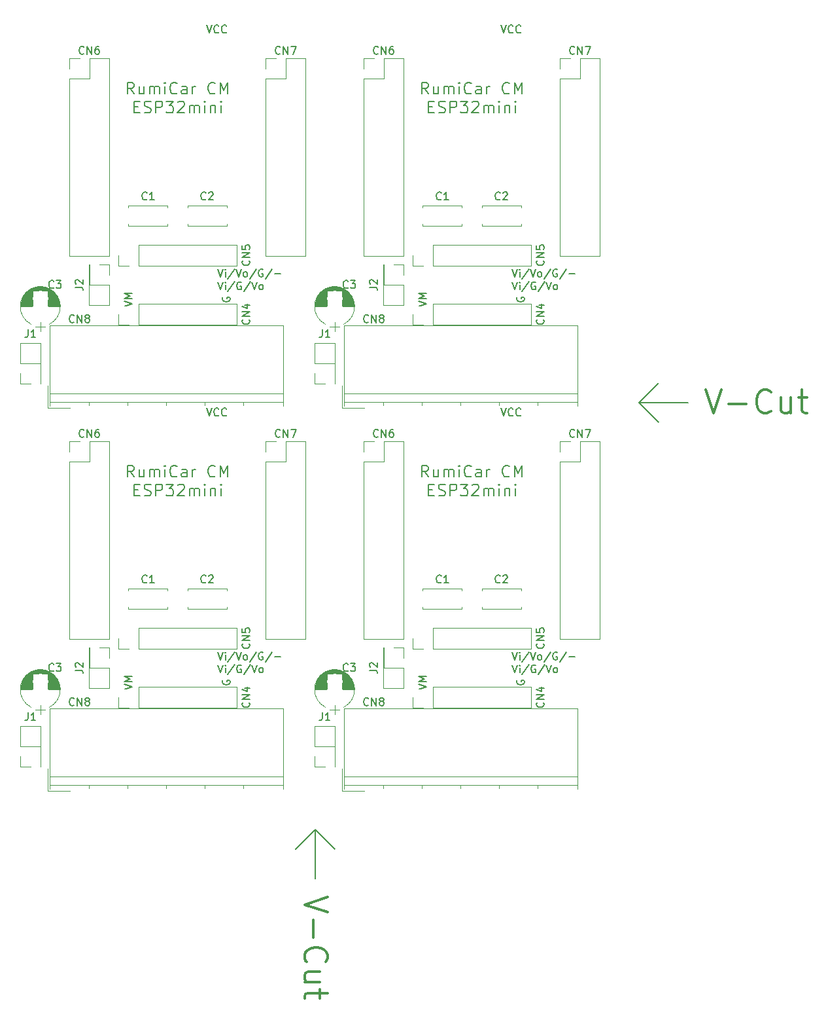
<source format=gto>
G04 #@! TF.FileFunction,Legend,Top*
%FSLAX46Y46*%
G04 Gerber Fmt 4.6, Leading zero omitted, Abs format (unit mm)*
G04 Created by KiCad (PCBNEW 4.0.7) date 06/11/20 11:22:33*
%MOMM*%
%LPD*%
G01*
G04 APERTURE LIST*
%ADD10C,0.100000*%
%ADD11C,0.200000*%
%ADD12C,0.300000*%
%ADD13C,0.150000*%
%ADD14C,0.120000*%
%ADD15O,3.900000X3.900000*%
%ADD16R,2.200000X2.200000*%
%ADD17O,2.200000X2.200000*%
%ADD18R,2.100000X2.100000*%
%ADD19O,2.100000X2.100000*%
%ADD20R,2.000000X2.000000*%
%ADD21C,2.000000*%
%ADD22R,3.400000X4.400000*%
%ADD23C,3.900000*%
G04 APERTURE END LIST*
D10*
D11*
X104140000Y-153035000D02*
X106680000Y-155575000D01*
X104140000Y-153035000D02*
X101600000Y-155575000D01*
X104140000Y-153035000D02*
X104140000Y-159385000D01*
D12*
X105782857Y-161703571D02*
X102782857Y-162703571D01*
X105782857Y-163703571D01*
X103925714Y-164703572D02*
X103925714Y-166989286D01*
X103068571Y-170132143D02*
X102925714Y-169989286D01*
X102782857Y-169560715D01*
X102782857Y-169275001D01*
X102925714Y-168846429D01*
X103211429Y-168560715D01*
X103497143Y-168417858D01*
X104068571Y-168275001D01*
X104497143Y-168275001D01*
X105068571Y-168417858D01*
X105354286Y-168560715D01*
X105640000Y-168846429D01*
X105782857Y-169275001D01*
X105782857Y-169560715D01*
X105640000Y-169989286D01*
X105497143Y-170132143D01*
X104782857Y-172703572D02*
X102782857Y-172703572D01*
X104782857Y-171417858D02*
X103211429Y-171417858D01*
X102925714Y-171560715D01*
X102782857Y-171846429D01*
X102782857Y-172275001D01*
X102925714Y-172560715D01*
X103068571Y-172703572D01*
X104782857Y-173703572D02*
X104782857Y-174846429D01*
X105782857Y-174132144D02*
X103211429Y-174132144D01*
X102925714Y-174275001D01*
X102782857Y-174560715D01*
X102782857Y-174846429D01*
X154718571Y-96147143D02*
X155718571Y-99147143D01*
X156718571Y-96147143D01*
X157718572Y-98004286D02*
X160004286Y-98004286D01*
X163147143Y-98861429D02*
X163004286Y-99004286D01*
X162575715Y-99147143D01*
X162290001Y-99147143D01*
X161861429Y-99004286D01*
X161575715Y-98718571D01*
X161432858Y-98432857D01*
X161290001Y-97861429D01*
X161290001Y-97432857D01*
X161432858Y-96861429D01*
X161575715Y-96575714D01*
X161861429Y-96290000D01*
X162290001Y-96147143D01*
X162575715Y-96147143D01*
X163004286Y-96290000D01*
X163147143Y-96432857D01*
X165718572Y-97147143D02*
X165718572Y-99147143D01*
X164432858Y-97147143D02*
X164432858Y-98718571D01*
X164575715Y-99004286D01*
X164861429Y-99147143D01*
X165290001Y-99147143D01*
X165575715Y-99004286D01*
X165718572Y-98861429D01*
X166718572Y-97147143D02*
X167861429Y-97147143D01*
X167147144Y-96147143D02*
X167147144Y-98718571D01*
X167290001Y-99004286D01*
X167575715Y-99147143D01*
X167861429Y-99147143D01*
D11*
X146050000Y-97790000D02*
X152400000Y-97790000D01*
X146050000Y-97790000D02*
X148590000Y-100330000D01*
X146050000Y-97790000D02*
X148590000Y-95250000D01*
D13*
X128206667Y-98512381D02*
X128540000Y-99512381D01*
X128873334Y-98512381D01*
X129778096Y-99417143D02*
X129730477Y-99464762D01*
X129587620Y-99512381D01*
X129492382Y-99512381D01*
X129349524Y-99464762D01*
X129254286Y-99369524D01*
X129206667Y-99274286D01*
X129159048Y-99083810D01*
X129159048Y-98940952D01*
X129206667Y-98750476D01*
X129254286Y-98655238D01*
X129349524Y-98560000D01*
X129492382Y-98512381D01*
X129587620Y-98512381D01*
X129730477Y-98560000D01*
X129778096Y-98607619D01*
X130778096Y-99417143D02*
X130730477Y-99464762D01*
X130587620Y-99512381D01*
X130492382Y-99512381D01*
X130349524Y-99464762D01*
X130254286Y-99369524D01*
X130206667Y-99274286D01*
X130159048Y-99083810D01*
X130159048Y-98940952D01*
X130206667Y-98750476D01*
X130254286Y-98655238D01*
X130349524Y-98560000D01*
X130492382Y-98512381D01*
X130587620Y-98512381D01*
X130730477Y-98560000D01*
X130778096Y-98607619D01*
X90106667Y-98512381D02*
X90440000Y-99512381D01*
X90773334Y-98512381D01*
X91678096Y-99417143D02*
X91630477Y-99464762D01*
X91487620Y-99512381D01*
X91392382Y-99512381D01*
X91249524Y-99464762D01*
X91154286Y-99369524D01*
X91106667Y-99274286D01*
X91059048Y-99083810D01*
X91059048Y-98940952D01*
X91106667Y-98750476D01*
X91154286Y-98655238D01*
X91249524Y-98560000D01*
X91392382Y-98512381D01*
X91487620Y-98512381D01*
X91630477Y-98560000D01*
X91678096Y-98607619D01*
X92678096Y-99417143D02*
X92630477Y-99464762D01*
X92487620Y-99512381D01*
X92392382Y-99512381D01*
X92249524Y-99464762D01*
X92154286Y-99369524D01*
X92106667Y-99274286D01*
X92059048Y-99083810D01*
X92059048Y-98940952D01*
X92106667Y-98750476D01*
X92154286Y-98655238D01*
X92249524Y-98560000D01*
X92392382Y-98512381D01*
X92487620Y-98512381D01*
X92630477Y-98560000D01*
X92678096Y-98607619D01*
X128206667Y-48982381D02*
X128540000Y-49982381D01*
X128873334Y-48982381D01*
X129778096Y-49887143D02*
X129730477Y-49934762D01*
X129587620Y-49982381D01*
X129492382Y-49982381D01*
X129349524Y-49934762D01*
X129254286Y-49839524D01*
X129206667Y-49744286D01*
X129159048Y-49553810D01*
X129159048Y-49410952D01*
X129206667Y-49220476D01*
X129254286Y-49125238D01*
X129349524Y-49030000D01*
X129492382Y-48982381D01*
X129587620Y-48982381D01*
X129730477Y-49030000D01*
X129778096Y-49077619D01*
X130778096Y-49887143D02*
X130730477Y-49934762D01*
X130587620Y-49982381D01*
X130492382Y-49982381D01*
X130349524Y-49934762D01*
X130254286Y-49839524D01*
X130206667Y-49744286D01*
X130159048Y-49553810D01*
X130159048Y-49410952D01*
X130206667Y-49220476D01*
X130254286Y-49125238D01*
X130349524Y-49030000D01*
X130492382Y-48982381D01*
X130587620Y-48982381D01*
X130730477Y-49030000D01*
X130778096Y-49077619D01*
D11*
X118817143Y-107403571D02*
X118317143Y-106689286D01*
X117960000Y-107403571D02*
X117960000Y-105903571D01*
X118531428Y-105903571D01*
X118674286Y-105975000D01*
X118745714Y-106046429D01*
X118817143Y-106189286D01*
X118817143Y-106403571D01*
X118745714Y-106546429D01*
X118674286Y-106617857D01*
X118531428Y-106689286D01*
X117960000Y-106689286D01*
X120102857Y-106403571D02*
X120102857Y-107403571D01*
X119460000Y-106403571D02*
X119460000Y-107189286D01*
X119531428Y-107332143D01*
X119674286Y-107403571D01*
X119888571Y-107403571D01*
X120031428Y-107332143D01*
X120102857Y-107260714D01*
X120817143Y-107403571D02*
X120817143Y-106403571D01*
X120817143Y-106546429D02*
X120888571Y-106475000D01*
X121031429Y-106403571D01*
X121245714Y-106403571D01*
X121388571Y-106475000D01*
X121460000Y-106617857D01*
X121460000Y-107403571D01*
X121460000Y-106617857D02*
X121531429Y-106475000D01*
X121674286Y-106403571D01*
X121888571Y-106403571D01*
X122031429Y-106475000D01*
X122102857Y-106617857D01*
X122102857Y-107403571D01*
X122817143Y-107403571D02*
X122817143Y-106403571D01*
X122817143Y-105903571D02*
X122745714Y-105975000D01*
X122817143Y-106046429D01*
X122888571Y-105975000D01*
X122817143Y-105903571D01*
X122817143Y-106046429D01*
X124388572Y-107260714D02*
X124317143Y-107332143D01*
X124102857Y-107403571D01*
X123960000Y-107403571D01*
X123745715Y-107332143D01*
X123602857Y-107189286D01*
X123531429Y-107046429D01*
X123460000Y-106760714D01*
X123460000Y-106546429D01*
X123531429Y-106260714D01*
X123602857Y-106117857D01*
X123745715Y-105975000D01*
X123960000Y-105903571D01*
X124102857Y-105903571D01*
X124317143Y-105975000D01*
X124388572Y-106046429D01*
X125674286Y-107403571D02*
X125674286Y-106617857D01*
X125602857Y-106475000D01*
X125460000Y-106403571D01*
X125174286Y-106403571D01*
X125031429Y-106475000D01*
X125674286Y-107332143D02*
X125531429Y-107403571D01*
X125174286Y-107403571D01*
X125031429Y-107332143D01*
X124960000Y-107189286D01*
X124960000Y-107046429D01*
X125031429Y-106903571D01*
X125174286Y-106832143D01*
X125531429Y-106832143D01*
X125674286Y-106760714D01*
X126388572Y-107403571D02*
X126388572Y-106403571D01*
X126388572Y-106689286D02*
X126460000Y-106546429D01*
X126531429Y-106475000D01*
X126674286Y-106403571D01*
X126817143Y-106403571D01*
X129317143Y-107260714D02*
X129245714Y-107332143D01*
X129031428Y-107403571D01*
X128888571Y-107403571D01*
X128674286Y-107332143D01*
X128531428Y-107189286D01*
X128460000Y-107046429D01*
X128388571Y-106760714D01*
X128388571Y-106546429D01*
X128460000Y-106260714D01*
X128531428Y-106117857D01*
X128674286Y-105975000D01*
X128888571Y-105903571D01*
X129031428Y-105903571D01*
X129245714Y-105975000D01*
X129317143Y-106046429D01*
X129960000Y-107403571D02*
X129960000Y-105903571D01*
X130460000Y-106975000D01*
X130960000Y-105903571D01*
X130960000Y-107403571D01*
X118852858Y-109067857D02*
X119352858Y-109067857D01*
X119567144Y-109853571D02*
X118852858Y-109853571D01*
X118852858Y-108353571D01*
X119567144Y-108353571D01*
X120138572Y-109782143D02*
X120352858Y-109853571D01*
X120710001Y-109853571D01*
X120852858Y-109782143D01*
X120924287Y-109710714D01*
X120995715Y-109567857D01*
X120995715Y-109425000D01*
X120924287Y-109282143D01*
X120852858Y-109210714D01*
X120710001Y-109139286D01*
X120424287Y-109067857D01*
X120281429Y-108996429D01*
X120210001Y-108925000D01*
X120138572Y-108782143D01*
X120138572Y-108639286D01*
X120210001Y-108496429D01*
X120281429Y-108425000D01*
X120424287Y-108353571D01*
X120781429Y-108353571D01*
X120995715Y-108425000D01*
X121638572Y-109853571D02*
X121638572Y-108353571D01*
X122210000Y-108353571D01*
X122352858Y-108425000D01*
X122424286Y-108496429D01*
X122495715Y-108639286D01*
X122495715Y-108853571D01*
X122424286Y-108996429D01*
X122352858Y-109067857D01*
X122210000Y-109139286D01*
X121638572Y-109139286D01*
X122995715Y-108353571D02*
X123924286Y-108353571D01*
X123424286Y-108925000D01*
X123638572Y-108925000D01*
X123781429Y-108996429D01*
X123852858Y-109067857D01*
X123924286Y-109210714D01*
X123924286Y-109567857D01*
X123852858Y-109710714D01*
X123781429Y-109782143D01*
X123638572Y-109853571D01*
X123210000Y-109853571D01*
X123067143Y-109782143D01*
X122995715Y-109710714D01*
X124495714Y-108496429D02*
X124567143Y-108425000D01*
X124710000Y-108353571D01*
X125067143Y-108353571D01*
X125210000Y-108425000D01*
X125281429Y-108496429D01*
X125352857Y-108639286D01*
X125352857Y-108782143D01*
X125281429Y-108996429D01*
X124424286Y-109853571D01*
X125352857Y-109853571D01*
X125995714Y-109853571D02*
X125995714Y-108853571D01*
X125995714Y-108996429D02*
X126067142Y-108925000D01*
X126210000Y-108853571D01*
X126424285Y-108853571D01*
X126567142Y-108925000D01*
X126638571Y-109067857D01*
X126638571Y-109853571D01*
X126638571Y-109067857D02*
X126710000Y-108925000D01*
X126852857Y-108853571D01*
X127067142Y-108853571D01*
X127210000Y-108925000D01*
X127281428Y-109067857D01*
X127281428Y-109853571D01*
X127995714Y-109853571D02*
X127995714Y-108853571D01*
X127995714Y-108353571D02*
X127924285Y-108425000D01*
X127995714Y-108496429D01*
X128067142Y-108425000D01*
X127995714Y-108353571D01*
X127995714Y-108496429D01*
X128710000Y-108853571D02*
X128710000Y-109853571D01*
X128710000Y-108996429D02*
X128781428Y-108925000D01*
X128924286Y-108853571D01*
X129138571Y-108853571D01*
X129281428Y-108925000D01*
X129352857Y-109067857D01*
X129352857Y-109853571D01*
X130067143Y-109853571D02*
X130067143Y-108853571D01*
X130067143Y-108353571D02*
X129995714Y-108425000D01*
X130067143Y-108496429D01*
X130138571Y-108425000D01*
X130067143Y-108353571D01*
X130067143Y-108496429D01*
X80717143Y-107403571D02*
X80217143Y-106689286D01*
X79860000Y-107403571D02*
X79860000Y-105903571D01*
X80431428Y-105903571D01*
X80574286Y-105975000D01*
X80645714Y-106046429D01*
X80717143Y-106189286D01*
X80717143Y-106403571D01*
X80645714Y-106546429D01*
X80574286Y-106617857D01*
X80431428Y-106689286D01*
X79860000Y-106689286D01*
X82002857Y-106403571D02*
X82002857Y-107403571D01*
X81360000Y-106403571D02*
X81360000Y-107189286D01*
X81431428Y-107332143D01*
X81574286Y-107403571D01*
X81788571Y-107403571D01*
X81931428Y-107332143D01*
X82002857Y-107260714D01*
X82717143Y-107403571D02*
X82717143Y-106403571D01*
X82717143Y-106546429D02*
X82788571Y-106475000D01*
X82931429Y-106403571D01*
X83145714Y-106403571D01*
X83288571Y-106475000D01*
X83360000Y-106617857D01*
X83360000Y-107403571D01*
X83360000Y-106617857D02*
X83431429Y-106475000D01*
X83574286Y-106403571D01*
X83788571Y-106403571D01*
X83931429Y-106475000D01*
X84002857Y-106617857D01*
X84002857Y-107403571D01*
X84717143Y-107403571D02*
X84717143Y-106403571D01*
X84717143Y-105903571D02*
X84645714Y-105975000D01*
X84717143Y-106046429D01*
X84788571Y-105975000D01*
X84717143Y-105903571D01*
X84717143Y-106046429D01*
X86288572Y-107260714D02*
X86217143Y-107332143D01*
X86002857Y-107403571D01*
X85860000Y-107403571D01*
X85645715Y-107332143D01*
X85502857Y-107189286D01*
X85431429Y-107046429D01*
X85360000Y-106760714D01*
X85360000Y-106546429D01*
X85431429Y-106260714D01*
X85502857Y-106117857D01*
X85645715Y-105975000D01*
X85860000Y-105903571D01*
X86002857Y-105903571D01*
X86217143Y-105975000D01*
X86288572Y-106046429D01*
X87574286Y-107403571D02*
X87574286Y-106617857D01*
X87502857Y-106475000D01*
X87360000Y-106403571D01*
X87074286Y-106403571D01*
X86931429Y-106475000D01*
X87574286Y-107332143D02*
X87431429Y-107403571D01*
X87074286Y-107403571D01*
X86931429Y-107332143D01*
X86860000Y-107189286D01*
X86860000Y-107046429D01*
X86931429Y-106903571D01*
X87074286Y-106832143D01*
X87431429Y-106832143D01*
X87574286Y-106760714D01*
X88288572Y-107403571D02*
X88288572Y-106403571D01*
X88288572Y-106689286D02*
X88360000Y-106546429D01*
X88431429Y-106475000D01*
X88574286Y-106403571D01*
X88717143Y-106403571D01*
X91217143Y-107260714D02*
X91145714Y-107332143D01*
X90931428Y-107403571D01*
X90788571Y-107403571D01*
X90574286Y-107332143D01*
X90431428Y-107189286D01*
X90360000Y-107046429D01*
X90288571Y-106760714D01*
X90288571Y-106546429D01*
X90360000Y-106260714D01*
X90431428Y-106117857D01*
X90574286Y-105975000D01*
X90788571Y-105903571D01*
X90931428Y-105903571D01*
X91145714Y-105975000D01*
X91217143Y-106046429D01*
X91860000Y-107403571D02*
X91860000Y-105903571D01*
X92360000Y-106975000D01*
X92860000Y-105903571D01*
X92860000Y-107403571D01*
X80752858Y-109067857D02*
X81252858Y-109067857D01*
X81467144Y-109853571D02*
X80752858Y-109853571D01*
X80752858Y-108353571D01*
X81467144Y-108353571D01*
X82038572Y-109782143D02*
X82252858Y-109853571D01*
X82610001Y-109853571D01*
X82752858Y-109782143D01*
X82824287Y-109710714D01*
X82895715Y-109567857D01*
X82895715Y-109425000D01*
X82824287Y-109282143D01*
X82752858Y-109210714D01*
X82610001Y-109139286D01*
X82324287Y-109067857D01*
X82181429Y-108996429D01*
X82110001Y-108925000D01*
X82038572Y-108782143D01*
X82038572Y-108639286D01*
X82110001Y-108496429D01*
X82181429Y-108425000D01*
X82324287Y-108353571D01*
X82681429Y-108353571D01*
X82895715Y-108425000D01*
X83538572Y-109853571D02*
X83538572Y-108353571D01*
X84110000Y-108353571D01*
X84252858Y-108425000D01*
X84324286Y-108496429D01*
X84395715Y-108639286D01*
X84395715Y-108853571D01*
X84324286Y-108996429D01*
X84252858Y-109067857D01*
X84110000Y-109139286D01*
X83538572Y-109139286D01*
X84895715Y-108353571D02*
X85824286Y-108353571D01*
X85324286Y-108925000D01*
X85538572Y-108925000D01*
X85681429Y-108996429D01*
X85752858Y-109067857D01*
X85824286Y-109210714D01*
X85824286Y-109567857D01*
X85752858Y-109710714D01*
X85681429Y-109782143D01*
X85538572Y-109853571D01*
X85110000Y-109853571D01*
X84967143Y-109782143D01*
X84895715Y-109710714D01*
X86395714Y-108496429D02*
X86467143Y-108425000D01*
X86610000Y-108353571D01*
X86967143Y-108353571D01*
X87110000Y-108425000D01*
X87181429Y-108496429D01*
X87252857Y-108639286D01*
X87252857Y-108782143D01*
X87181429Y-108996429D01*
X86324286Y-109853571D01*
X87252857Y-109853571D01*
X87895714Y-109853571D02*
X87895714Y-108853571D01*
X87895714Y-108996429D02*
X87967142Y-108925000D01*
X88110000Y-108853571D01*
X88324285Y-108853571D01*
X88467142Y-108925000D01*
X88538571Y-109067857D01*
X88538571Y-109853571D01*
X88538571Y-109067857D02*
X88610000Y-108925000D01*
X88752857Y-108853571D01*
X88967142Y-108853571D01*
X89110000Y-108925000D01*
X89181428Y-109067857D01*
X89181428Y-109853571D01*
X89895714Y-109853571D02*
X89895714Y-108853571D01*
X89895714Y-108353571D02*
X89824285Y-108425000D01*
X89895714Y-108496429D01*
X89967142Y-108425000D01*
X89895714Y-108353571D01*
X89895714Y-108496429D01*
X90610000Y-108853571D02*
X90610000Y-109853571D01*
X90610000Y-108996429D02*
X90681428Y-108925000D01*
X90824286Y-108853571D01*
X91038571Y-108853571D01*
X91181428Y-108925000D01*
X91252857Y-109067857D01*
X91252857Y-109853571D01*
X91967143Y-109853571D02*
X91967143Y-108853571D01*
X91967143Y-108353571D02*
X91895714Y-108425000D01*
X91967143Y-108496429D01*
X92038571Y-108425000D01*
X91967143Y-108353571D01*
X91967143Y-108496429D01*
X118817143Y-57873571D02*
X118317143Y-57159286D01*
X117960000Y-57873571D02*
X117960000Y-56373571D01*
X118531428Y-56373571D01*
X118674286Y-56445000D01*
X118745714Y-56516429D01*
X118817143Y-56659286D01*
X118817143Y-56873571D01*
X118745714Y-57016429D01*
X118674286Y-57087857D01*
X118531428Y-57159286D01*
X117960000Y-57159286D01*
X120102857Y-56873571D02*
X120102857Y-57873571D01*
X119460000Y-56873571D02*
X119460000Y-57659286D01*
X119531428Y-57802143D01*
X119674286Y-57873571D01*
X119888571Y-57873571D01*
X120031428Y-57802143D01*
X120102857Y-57730714D01*
X120817143Y-57873571D02*
X120817143Y-56873571D01*
X120817143Y-57016429D02*
X120888571Y-56945000D01*
X121031429Y-56873571D01*
X121245714Y-56873571D01*
X121388571Y-56945000D01*
X121460000Y-57087857D01*
X121460000Y-57873571D01*
X121460000Y-57087857D02*
X121531429Y-56945000D01*
X121674286Y-56873571D01*
X121888571Y-56873571D01*
X122031429Y-56945000D01*
X122102857Y-57087857D01*
X122102857Y-57873571D01*
X122817143Y-57873571D02*
X122817143Y-56873571D01*
X122817143Y-56373571D02*
X122745714Y-56445000D01*
X122817143Y-56516429D01*
X122888571Y-56445000D01*
X122817143Y-56373571D01*
X122817143Y-56516429D01*
X124388572Y-57730714D02*
X124317143Y-57802143D01*
X124102857Y-57873571D01*
X123960000Y-57873571D01*
X123745715Y-57802143D01*
X123602857Y-57659286D01*
X123531429Y-57516429D01*
X123460000Y-57230714D01*
X123460000Y-57016429D01*
X123531429Y-56730714D01*
X123602857Y-56587857D01*
X123745715Y-56445000D01*
X123960000Y-56373571D01*
X124102857Y-56373571D01*
X124317143Y-56445000D01*
X124388572Y-56516429D01*
X125674286Y-57873571D02*
X125674286Y-57087857D01*
X125602857Y-56945000D01*
X125460000Y-56873571D01*
X125174286Y-56873571D01*
X125031429Y-56945000D01*
X125674286Y-57802143D02*
X125531429Y-57873571D01*
X125174286Y-57873571D01*
X125031429Y-57802143D01*
X124960000Y-57659286D01*
X124960000Y-57516429D01*
X125031429Y-57373571D01*
X125174286Y-57302143D01*
X125531429Y-57302143D01*
X125674286Y-57230714D01*
X126388572Y-57873571D02*
X126388572Y-56873571D01*
X126388572Y-57159286D02*
X126460000Y-57016429D01*
X126531429Y-56945000D01*
X126674286Y-56873571D01*
X126817143Y-56873571D01*
X129317143Y-57730714D02*
X129245714Y-57802143D01*
X129031428Y-57873571D01*
X128888571Y-57873571D01*
X128674286Y-57802143D01*
X128531428Y-57659286D01*
X128460000Y-57516429D01*
X128388571Y-57230714D01*
X128388571Y-57016429D01*
X128460000Y-56730714D01*
X128531428Y-56587857D01*
X128674286Y-56445000D01*
X128888571Y-56373571D01*
X129031428Y-56373571D01*
X129245714Y-56445000D01*
X129317143Y-56516429D01*
X129960000Y-57873571D02*
X129960000Y-56373571D01*
X130460000Y-57445000D01*
X130960000Y-56373571D01*
X130960000Y-57873571D01*
X118852858Y-59537857D02*
X119352858Y-59537857D01*
X119567144Y-60323571D02*
X118852858Y-60323571D01*
X118852858Y-58823571D01*
X119567144Y-58823571D01*
X120138572Y-60252143D02*
X120352858Y-60323571D01*
X120710001Y-60323571D01*
X120852858Y-60252143D01*
X120924287Y-60180714D01*
X120995715Y-60037857D01*
X120995715Y-59895000D01*
X120924287Y-59752143D01*
X120852858Y-59680714D01*
X120710001Y-59609286D01*
X120424287Y-59537857D01*
X120281429Y-59466429D01*
X120210001Y-59395000D01*
X120138572Y-59252143D01*
X120138572Y-59109286D01*
X120210001Y-58966429D01*
X120281429Y-58895000D01*
X120424287Y-58823571D01*
X120781429Y-58823571D01*
X120995715Y-58895000D01*
X121638572Y-60323571D02*
X121638572Y-58823571D01*
X122210000Y-58823571D01*
X122352858Y-58895000D01*
X122424286Y-58966429D01*
X122495715Y-59109286D01*
X122495715Y-59323571D01*
X122424286Y-59466429D01*
X122352858Y-59537857D01*
X122210000Y-59609286D01*
X121638572Y-59609286D01*
X122995715Y-58823571D02*
X123924286Y-58823571D01*
X123424286Y-59395000D01*
X123638572Y-59395000D01*
X123781429Y-59466429D01*
X123852858Y-59537857D01*
X123924286Y-59680714D01*
X123924286Y-60037857D01*
X123852858Y-60180714D01*
X123781429Y-60252143D01*
X123638572Y-60323571D01*
X123210000Y-60323571D01*
X123067143Y-60252143D01*
X122995715Y-60180714D01*
X124495714Y-58966429D02*
X124567143Y-58895000D01*
X124710000Y-58823571D01*
X125067143Y-58823571D01*
X125210000Y-58895000D01*
X125281429Y-58966429D01*
X125352857Y-59109286D01*
X125352857Y-59252143D01*
X125281429Y-59466429D01*
X124424286Y-60323571D01*
X125352857Y-60323571D01*
X125995714Y-60323571D02*
X125995714Y-59323571D01*
X125995714Y-59466429D02*
X126067142Y-59395000D01*
X126210000Y-59323571D01*
X126424285Y-59323571D01*
X126567142Y-59395000D01*
X126638571Y-59537857D01*
X126638571Y-60323571D01*
X126638571Y-59537857D02*
X126710000Y-59395000D01*
X126852857Y-59323571D01*
X127067142Y-59323571D01*
X127210000Y-59395000D01*
X127281428Y-59537857D01*
X127281428Y-60323571D01*
X127995714Y-60323571D02*
X127995714Y-59323571D01*
X127995714Y-58823571D02*
X127924285Y-58895000D01*
X127995714Y-58966429D01*
X128067142Y-58895000D01*
X127995714Y-58823571D01*
X127995714Y-58966429D01*
X128710000Y-59323571D02*
X128710000Y-60323571D01*
X128710000Y-59466429D02*
X128781428Y-59395000D01*
X128924286Y-59323571D01*
X129138571Y-59323571D01*
X129281428Y-59395000D01*
X129352857Y-59537857D01*
X129352857Y-60323571D01*
X130067143Y-60323571D02*
X130067143Y-59323571D01*
X130067143Y-58823571D02*
X129995714Y-58895000D01*
X130067143Y-58966429D01*
X130138571Y-58895000D01*
X130067143Y-58823571D01*
X130067143Y-58966429D01*
D13*
X117562381Y-134889762D02*
X118562381Y-134556429D01*
X117562381Y-134223095D01*
X118562381Y-133889762D02*
X117562381Y-133889762D01*
X118276667Y-133556428D01*
X117562381Y-133223095D01*
X118562381Y-133223095D01*
X79462381Y-134889762D02*
X80462381Y-134556429D01*
X79462381Y-134223095D01*
X80462381Y-133889762D02*
X79462381Y-133889762D01*
X80176667Y-133556428D01*
X79462381Y-133223095D01*
X80462381Y-133223095D01*
X117562381Y-85359762D02*
X118562381Y-85026429D01*
X117562381Y-84693095D01*
X118562381Y-84359762D02*
X117562381Y-84359762D01*
X118276667Y-84026428D01*
X117562381Y-83693095D01*
X118562381Y-83693095D01*
X130310000Y-133723095D02*
X130262381Y-133818333D01*
X130262381Y-133961190D01*
X130310000Y-134104048D01*
X130405238Y-134199286D01*
X130500476Y-134246905D01*
X130690952Y-134294524D01*
X130833810Y-134294524D01*
X131024286Y-134246905D01*
X131119524Y-134199286D01*
X131214762Y-134104048D01*
X131262381Y-133961190D01*
X131262381Y-133865952D01*
X131214762Y-133723095D01*
X131167143Y-133675476D01*
X130833810Y-133675476D01*
X130833810Y-133865952D01*
X92210000Y-133723095D02*
X92162381Y-133818333D01*
X92162381Y-133961190D01*
X92210000Y-134104048D01*
X92305238Y-134199286D01*
X92400476Y-134246905D01*
X92590952Y-134294524D01*
X92733810Y-134294524D01*
X92924286Y-134246905D01*
X93019524Y-134199286D01*
X93114762Y-134104048D01*
X93162381Y-133961190D01*
X93162381Y-133865952D01*
X93114762Y-133723095D01*
X93067143Y-133675476D01*
X92733810Y-133675476D01*
X92733810Y-133865952D01*
X130310000Y-84193095D02*
X130262381Y-84288333D01*
X130262381Y-84431190D01*
X130310000Y-84574048D01*
X130405238Y-84669286D01*
X130500476Y-84716905D01*
X130690952Y-84764524D01*
X130833810Y-84764524D01*
X131024286Y-84716905D01*
X131119524Y-84669286D01*
X131214762Y-84574048D01*
X131262381Y-84431190D01*
X131262381Y-84335952D01*
X131214762Y-84193095D01*
X131167143Y-84145476D01*
X130833810Y-84145476D01*
X130833810Y-84335952D01*
X129635238Y-130072381D02*
X129968571Y-131072381D01*
X130301905Y-130072381D01*
X130635238Y-131072381D02*
X130635238Y-130405714D01*
X130635238Y-130072381D02*
X130587619Y-130120000D01*
X130635238Y-130167619D01*
X130682857Y-130120000D01*
X130635238Y-130072381D01*
X130635238Y-130167619D01*
X131825714Y-130024762D02*
X130968571Y-131310476D01*
X132016190Y-130072381D02*
X132349523Y-131072381D01*
X132682857Y-130072381D01*
X133159047Y-131072381D02*
X133063809Y-131024762D01*
X133016190Y-130977143D01*
X132968571Y-130881905D01*
X132968571Y-130596190D01*
X133016190Y-130500952D01*
X133063809Y-130453333D01*
X133159047Y-130405714D01*
X133301905Y-130405714D01*
X133397143Y-130453333D01*
X133444762Y-130500952D01*
X133492381Y-130596190D01*
X133492381Y-130881905D01*
X133444762Y-130977143D01*
X133397143Y-131024762D01*
X133301905Y-131072381D01*
X133159047Y-131072381D01*
X134635238Y-130024762D02*
X133778095Y-131310476D01*
X135492381Y-130120000D02*
X135397143Y-130072381D01*
X135254286Y-130072381D01*
X135111428Y-130120000D01*
X135016190Y-130215238D01*
X134968571Y-130310476D01*
X134920952Y-130500952D01*
X134920952Y-130643810D01*
X134968571Y-130834286D01*
X135016190Y-130929524D01*
X135111428Y-131024762D01*
X135254286Y-131072381D01*
X135349524Y-131072381D01*
X135492381Y-131024762D01*
X135540000Y-130977143D01*
X135540000Y-130643810D01*
X135349524Y-130643810D01*
X136682857Y-130024762D02*
X135825714Y-131310476D01*
X137016190Y-130691429D02*
X137778095Y-130691429D01*
X129635238Y-131722381D02*
X129968571Y-132722381D01*
X130301905Y-131722381D01*
X130635238Y-132722381D02*
X130635238Y-132055714D01*
X130635238Y-131722381D02*
X130587619Y-131770000D01*
X130635238Y-131817619D01*
X130682857Y-131770000D01*
X130635238Y-131722381D01*
X130635238Y-131817619D01*
X131825714Y-131674762D02*
X130968571Y-132960476D01*
X132682857Y-131770000D02*
X132587619Y-131722381D01*
X132444762Y-131722381D01*
X132301904Y-131770000D01*
X132206666Y-131865238D01*
X132159047Y-131960476D01*
X132111428Y-132150952D01*
X132111428Y-132293810D01*
X132159047Y-132484286D01*
X132206666Y-132579524D01*
X132301904Y-132674762D01*
X132444762Y-132722381D01*
X132540000Y-132722381D01*
X132682857Y-132674762D01*
X132730476Y-132627143D01*
X132730476Y-132293810D01*
X132540000Y-132293810D01*
X133873333Y-131674762D02*
X133016190Y-132960476D01*
X134063809Y-131722381D02*
X134397142Y-132722381D01*
X134730476Y-131722381D01*
X135206666Y-132722381D02*
X135111428Y-132674762D01*
X135063809Y-132627143D01*
X135016190Y-132531905D01*
X135016190Y-132246190D01*
X135063809Y-132150952D01*
X135111428Y-132103333D01*
X135206666Y-132055714D01*
X135349524Y-132055714D01*
X135444762Y-132103333D01*
X135492381Y-132150952D01*
X135540000Y-132246190D01*
X135540000Y-132531905D01*
X135492381Y-132627143D01*
X135444762Y-132674762D01*
X135349524Y-132722381D01*
X135206666Y-132722381D01*
X91535238Y-130072381D02*
X91868571Y-131072381D01*
X92201905Y-130072381D01*
X92535238Y-131072381D02*
X92535238Y-130405714D01*
X92535238Y-130072381D02*
X92487619Y-130120000D01*
X92535238Y-130167619D01*
X92582857Y-130120000D01*
X92535238Y-130072381D01*
X92535238Y-130167619D01*
X93725714Y-130024762D02*
X92868571Y-131310476D01*
X93916190Y-130072381D02*
X94249523Y-131072381D01*
X94582857Y-130072381D01*
X95059047Y-131072381D02*
X94963809Y-131024762D01*
X94916190Y-130977143D01*
X94868571Y-130881905D01*
X94868571Y-130596190D01*
X94916190Y-130500952D01*
X94963809Y-130453333D01*
X95059047Y-130405714D01*
X95201905Y-130405714D01*
X95297143Y-130453333D01*
X95344762Y-130500952D01*
X95392381Y-130596190D01*
X95392381Y-130881905D01*
X95344762Y-130977143D01*
X95297143Y-131024762D01*
X95201905Y-131072381D01*
X95059047Y-131072381D01*
X96535238Y-130024762D02*
X95678095Y-131310476D01*
X97392381Y-130120000D02*
X97297143Y-130072381D01*
X97154286Y-130072381D01*
X97011428Y-130120000D01*
X96916190Y-130215238D01*
X96868571Y-130310476D01*
X96820952Y-130500952D01*
X96820952Y-130643810D01*
X96868571Y-130834286D01*
X96916190Y-130929524D01*
X97011428Y-131024762D01*
X97154286Y-131072381D01*
X97249524Y-131072381D01*
X97392381Y-131024762D01*
X97440000Y-130977143D01*
X97440000Y-130643810D01*
X97249524Y-130643810D01*
X98582857Y-130024762D02*
X97725714Y-131310476D01*
X98916190Y-130691429D02*
X99678095Y-130691429D01*
X91535238Y-131722381D02*
X91868571Y-132722381D01*
X92201905Y-131722381D01*
X92535238Y-132722381D02*
X92535238Y-132055714D01*
X92535238Y-131722381D02*
X92487619Y-131770000D01*
X92535238Y-131817619D01*
X92582857Y-131770000D01*
X92535238Y-131722381D01*
X92535238Y-131817619D01*
X93725714Y-131674762D02*
X92868571Y-132960476D01*
X94582857Y-131770000D02*
X94487619Y-131722381D01*
X94344762Y-131722381D01*
X94201904Y-131770000D01*
X94106666Y-131865238D01*
X94059047Y-131960476D01*
X94011428Y-132150952D01*
X94011428Y-132293810D01*
X94059047Y-132484286D01*
X94106666Y-132579524D01*
X94201904Y-132674762D01*
X94344762Y-132722381D01*
X94440000Y-132722381D01*
X94582857Y-132674762D01*
X94630476Y-132627143D01*
X94630476Y-132293810D01*
X94440000Y-132293810D01*
X95773333Y-131674762D02*
X94916190Y-132960476D01*
X95963809Y-131722381D02*
X96297142Y-132722381D01*
X96630476Y-131722381D01*
X97106666Y-132722381D02*
X97011428Y-132674762D01*
X96963809Y-132627143D01*
X96916190Y-132531905D01*
X96916190Y-132246190D01*
X96963809Y-132150952D01*
X97011428Y-132103333D01*
X97106666Y-132055714D01*
X97249524Y-132055714D01*
X97344762Y-132103333D01*
X97392381Y-132150952D01*
X97440000Y-132246190D01*
X97440000Y-132531905D01*
X97392381Y-132627143D01*
X97344762Y-132674762D01*
X97249524Y-132722381D01*
X97106666Y-132722381D01*
X129635238Y-80542381D02*
X129968571Y-81542381D01*
X130301905Y-80542381D01*
X130635238Y-81542381D02*
X130635238Y-80875714D01*
X130635238Y-80542381D02*
X130587619Y-80590000D01*
X130635238Y-80637619D01*
X130682857Y-80590000D01*
X130635238Y-80542381D01*
X130635238Y-80637619D01*
X131825714Y-80494762D02*
X130968571Y-81780476D01*
X132016190Y-80542381D02*
X132349523Y-81542381D01*
X132682857Y-80542381D01*
X133159047Y-81542381D02*
X133063809Y-81494762D01*
X133016190Y-81447143D01*
X132968571Y-81351905D01*
X132968571Y-81066190D01*
X133016190Y-80970952D01*
X133063809Y-80923333D01*
X133159047Y-80875714D01*
X133301905Y-80875714D01*
X133397143Y-80923333D01*
X133444762Y-80970952D01*
X133492381Y-81066190D01*
X133492381Y-81351905D01*
X133444762Y-81447143D01*
X133397143Y-81494762D01*
X133301905Y-81542381D01*
X133159047Y-81542381D01*
X134635238Y-80494762D02*
X133778095Y-81780476D01*
X135492381Y-80590000D02*
X135397143Y-80542381D01*
X135254286Y-80542381D01*
X135111428Y-80590000D01*
X135016190Y-80685238D01*
X134968571Y-80780476D01*
X134920952Y-80970952D01*
X134920952Y-81113810D01*
X134968571Y-81304286D01*
X135016190Y-81399524D01*
X135111428Y-81494762D01*
X135254286Y-81542381D01*
X135349524Y-81542381D01*
X135492381Y-81494762D01*
X135540000Y-81447143D01*
X135540000Y-81113810D01*
X135349524Y-81113810D01*
X136682857Y-80494762D02*
X135825714Y-81780476D01*
X137016190Y-81161429D02*
X137778095Y-81161429D01*
X129635238Y-82192381D02*
X129968571Y-83192381D01*
X130301905Y-82192381D01*
X130635238Y-83192381D02*
X130635238Y-82525714D01*
X130635238Y-82192381D02*
X130587619Y-82240000D01*
X130635238Y-82287619D01*
X130682857Y-82240000D01*
X130635238Y-82192381D01*
X130635238Y-82287619D01*
X131825714Y-82144762D02*
X130968571Y-83430476D01*
X132682857Y-82240000D02*
X132587619Y-82192381D01*
X132444762Y-82192381D01*
X132301904Y-82240000D01*
X132206666Y-82335238D01*
X132159047Y-82430476D01*
X132111428Y-82620952D01*
X132111428Y-82763810D01*
X132159047Y-82954286D01*
X132206666Y-83049524D01*
X132301904Y-83144762D01*
X132444762Y-83192381D01*
X132540000Y-83192381D01*
X132682857Y-83144762D01*
X132730476Y-83097143D01*
X132730476Y-82763810D01*
X132540000Y-82763810D01*
X133873333Y-82144762D02*
X133016190Y-83430476D01*
X134063809Y-82192381D02*
X134397142Y-83192381D01*
X134730476Y-82192381D01*
X135206666Y-83192381D02*
X135111428Y-83144762D01*
X135063809Y-83097143D01*
X135016190Y-83001905D01*
X135016190Y-82716190D01*
X135063809Y-82620952D01*
X135111428Y-82573333D01*
X135206666Y-82525714D01*
X135349524Y-82525714D01*
X135444762Y-82573333D01*
X135492381Y-82620952D01*
X135540000Y-82716190D01*
X135540000Y-83001905D01*
X135492381Y-83097143D01*
X135444762Y-83144762D01*
X135349524Y-83192381D01*
X135206666Y-83192381D01*
D11*
X80717143Y-57873571D02*
X80217143Y-57159286D01*
X79860000Y-57873571D02*
X79860000Y-56373571D01*
X80431428Y-56373571D01*
X80574286Y-56445000D01*
X80645714Y-56516429D01*
X80717143Y-56659286D01*
X80717143Y-56873571D01*
X80645714Y-57016429D01*
X80574286Y-57087857D01*
X80431428Y-57159286D01*
X79860000Y-57159286D01*
X82002857Y-56873571D02*
X82002857Y-57873571D01*
X81360000Y-56873571D02*
X81360000Y-57659286D01*
X81431428Y-57802143D01*
X81574286Y-57873571D01*
X81788571Y-57873571D01*
X81931428Y-57802143D01*
X82002857Y-57730714D01*
X82717143Y-57873571D02*
X82717143Y-56873571D01*
X82717143Y-57016429D02*
X82788571Y-56945000D01*
X82931429Y-56873571D01*
X83145714Y-56873571D01*
X83288571Y-56945000D01*
X83360000Y-57087857D01*
X83360000Y-57873571D01*
X83360000Y-57087857D02*
X83431429Y-56945000D01*
X83574286Y-56873571D01*
X83788571Y-56873571D01*
X83931429Y-56945000D01*
X84002857Y-57087857D01*
X84002857Y-57873571D01*
X84717143Y-57873571D02*
X84717143Y-56873571D01*
X84717143Y-56373571D02*
X84645714Y-56445000D01*
X84717143Y-56516429D01*
X84788571Y-56445000D01*
X84717143Y-56373571D01*
X84717143Y-56516429D01*
X86288572Y-57730714D02*
X86217143Y-57802143D01*
X86002857Y-57873571D01*
X85860000Y-57873571D01*
X85645715Y-57802143D01*
X85502857Y-57659286D01*
X85431429Y-57516429D01*
X85360000Y-57230714D01*
X85360000Y-57016429D01*
X85431429Y-56730714D01*
X85502857Y-56587857D01*
X85645715Y-56445000D01*
X85860000Y-56373571D01*
X86002857Y-56373571D01*
X86217143Y-56445000D01*
X86288572Y-56516429D01*
X87574286Y-57873571D02*
X87574286Y-57087857D01*
X87502857Y-56945000D01*
X87360000Y-56873571D01*
X87074286Y-56873571D01*
X86931429Y-56945000D01*
X87574286Y-57802143D02*
X87431429Y-57873571D01*
X87074286Y-57873571D01*
X86931429Y-57802143D01*
X86860000Y-57659286D01*
X86860000Y-57516429D01*
X86931429Y-57373571D01*
X87074286Y-57302143D01*
X87431429Y-57302143D01*
X87574286Y-57230714D01*
X88288572Y-57873571D02*
X88288572Y-56873571D01*
X88288572Y-57159286D02*
X88360000Y-57016429D01*
X88431429Y-56945000D01*
X88574286Y-56873571D01*
X88717143Y-56873571D01*
X91217143Y-57730714D02*
X91145714Y-57802143D01*
X90931428Y-57873571D01*
X90788571Y-57873571D01*
X90574286Y-57802143D01*
X90431428Y-57659286D01*
X90360000Y-57516429D01*
X90288571Y-57230714D01*
X90288571Y-57016429D01*
X90360000Y-56730714D01*
X90431428Y-56587857D01*
X90574286Y-56445000D01*
X90788571Y-56373571D01*
X90931428Y-56373571D01*
X91145714Y-56445000D01*
X91217143Y-56516429D01*
X91860000Y-57873571D02*
X91860000Y-56373571D01*
X92360000Y-57445000D01*
X92860000Y-56373571D01*
X92860000Y-57873571D01*
X80752858Y-59537857D02*
X81252858Y-59537857D01*
X81467144Y-60323571D02*
X80752858Y-60323571D01*
X80752858Y-58823571D01*
X81467144Y-58823571D01*
X82038572Y-60252143D02*
X82252858Y-60323571D01*
X82610001Y-60323571D01*
X82752858Y-60252143D01*
X82824287Y-60180714D01*
X82895715Y-60037857D01*
X82895715Y-59895000D01*
X82824287Y-59752143D01*
X82752858Y-59680714D01*
X82610001Y-59609286D01*
X82324287Y-59537857D01*
X82181429Y-59466429D01*
X82110001Y-59395000D01*
X82038572Y-59252143D01*
X82038572Y-59109286D01*
X82110001Y-58966429D01*
X82181429Y-58895000D01*
X82324287Y-58823571D01*
X82681429Y-58823571D01*
X82895715Y-58895000D01*
X83538572Y-60323571D02*
X83538572Y-58823571D01*
X84110000Y-58823571D01*
X84252858Y-58895000D01*
X84324286Y-58966429D01*
X84395715Y-59109286D01*
X84395715Y-59323571D01*
X84324286Y-59466429D01*
X84252858Y-59537857D01*
X84110000Y-59609286D01*
X83538572Y-59609286D01*
X84895715Y-58823571D02*
X85824286Y-58823571D01*
X85324286Y-59395000D01*
X85538572Y-59395000D01*
X85681429Y-59466429D01*
X85752858Y-59537857D01*
X85824286Y-59680714D01*
X85824286Y-60037857D01*
X85752858Y-60180714D01*
X85681429Y-60252143D01*
X85538572Y-60323571D01*
X85110000Y-60323571D01*
X84967143Y-60252143D01*
X84895715Y-60180714D01*
X86395714Y-58966429D02*
X86467143Y-58895000D01*
X86610000Y-58823571D01*
X86967143Y-58823571D01*
X87110000Y-58895000D01*
X87181429Y-58966429D01*
X87252857Y-59109286D01*
X87252857Y-59252143D01*
X87181429Y-59466429D01*
X86324286Y-60323571D01*
X87252857Y-60323571D01*
X87895714Y-60323571D02*
X87895714Y-59323571D01*
X87895714Y-59466429D02*
X87967142Y-59395000D01*
X88110000Y-59323571D01*
X88324285Y-59323571D01*
X88467142Y-59395000D01*
X88538571Y-59537857D01*
X88538571Y-60323571D01*
X88538571Y-59537857D02*
X88610000Y-59395000D01*
X88752857Y-59323571D01*
X88967142Y-59323571D01*
X89110000Y-59395000D01*
X89181428Y-59537857D01*
X89181428Y-60323571D01*
X89895714Y-60323571D02*
X89895714Y-59323571D01*
X89895714Y-58823571D02*
X89824285Y-58895000D01*
X89895714Y-58966429D01*
X89967142Y-58895000D01*
X89895714Y-58823571D01*
X89895714Y-58966429D01*
X90610000Y-59323571D02*
X90610000Y-60323571D01*
X90610000Y-59466429D02*
X90681428Y-59395000D01*
X90824286Y-59323571D01*
X91038571Y-59323571D01*
X91181428Y-59395000D01*
X91252857Y-59537857D01*
X91252857Y-60323571D01*
X91967143Y-60323571D02*
X91967143Y-59323571D01*
X91967143Y-58823571D02*
X91895714Y-58895000D01*
X91967143Y-58966429D01*
X92038571Y-58895000D01*
X91967143Y-58823571D01*
X91967143Y-58966429D01*
D13*
X91535238Y-80542381D02*
X91868571Y-81542381D01*
X92201905Y-80542381D01*
X92535238Y-81542381D02*
X92535238Y-80875714D01*
X92535238Y-80542381D02*
X92487619Y-80590000D01*
X92535238Y-80637619D01*
X92582857Y-80590000D01*
X92535238Y-80542381D01*
X92535238Y-80637619D01*
X93725714Y-80494762D02*
X92868571Y-81780476D01*
X93916190Y-80542381D02*
X94249523Y-81542381D01*
X94582857Y-80542381D01*
X95059047Y-81542381D02*
X94963809Y-81494762D01*
X94916190Y-81447143D01*
X94868571Y-81351905D01*
X94868571Y-81066190D01*
X94916190Y-80970952D01*
X94963809Y-80923333D01*
X95059047Y-80875714D01*
X95201905Y-80875714D01*
X95297143Y-80923333D01*
X95344762Y-80970952D01*
X95392381Y-81066190D01*
X95392381Y-81351905D01*
X95344762Y-81447143D01*
X95297143Y-81494762D01*
X95201905Y-81542381D01*
X95059047Y-81542381D01*
X96535238Y-80494762D02*
X95678095Y-81780476D01*
X97392381Y-80590000D02*
X97297143Y-80542381D01*
X97154286Y-80542381D01*
X97011428Y-80590000D01*
X96916190Y-80685238D01*
X96868571Y-80780476D01*
X96820952Y-80970952D01*
X96820952Y-81113810D01*
X96868571Y-81304286D01*
X96916190Y-81399524D01*
X97011428Y-81494762D01*
X97154286Y-81542381D01*
X97249524Y-81542381D01*
X97392381Y-81494762D01*
X97440000Y-81447143D01*
X97440000Y-81113810D01*
X97249524Y-81113810D01*
X98582857Y-80494762D02*
X97725714Y-81780476D01*
X98916190Y-81161429D02*
X99678095Y-81161429D01*
X91535238Y-82192381D02*
X91868571Y-83192381D01*
X92201905Y-82192381D01*
X92535238Y-83192381D02*
X92535238Y-82525714D01*
X92535238Y-82192381D02*
X92487619Y-82240000D01*
X92535238Y-82287619D01*
X92582857Y-82240000D01*
X92535238Y-82192381D01*
X92535238Y-82287619D01*
X93725714Y-82144762D02*
X92868571Y-83430476D01*
X94582857Y-82240000D02*
X94487619Y-82192381D01*
X94344762Y-82192381D01*
X94201904Y-82240000D01*
X94106666Y-82335238D01*
X94059047Y-82430476D01*
X94011428Y-82620952D01*
X94011428Y-82763810D01*
X94059047Y-82954286D01*
X94106666Y-83049524D01*
X94201904Y-83144762D01*
X94344762Y-83192381D01*
X94440000Y-83192381D01*
X94582857Y-83144762D01*
X94630476Y-83097143D01*
X94630476Y-82763810D01*
X94440000Y-82763810D01*
X95773333Y-82144762D02*
X94916190Y-83430476D01*
X95963809Y-82192381D02*
X96297142Y-83192381D01*
X96630476Y-82192381D01*
X97106666Y-83192381D02*
X97011428Y-83144762D01*
X96963809Y-83097143D01*
X96916190Y-83001905D01*
X96916190Y-82716190D01*
X96963809Y-82620952D01*
X97011428Y-82573333D01*
X97106666Y-82525714D01*
X97249524Y-82525714D01*
X97344762Y-82573333D01*
X97392381Y-82620952D01*
X97440000Y-82716190D01*
X97440000Y-83001905D01*
X97392381Y-83097143D01*
X97344762Y-83144762D01*
X97249524Y-83192381D01*
X97106666Y-83192381D01*
X90106667Y-48982381D02*
X90440000Y-49982381D01*
X90773334Y-48982381D01*
X91678096Y-49887143D02*
X91630477Y-49934762D01*
X91487620Y-49982381D01*
X91392382Y-49982381D01*
X91249524Y-49934762D01*
X91154286Y-49839524D01*
X91106667Y-49744286D01*
X91059048Y-49553810D01*
X91059048Y-49410952D01*
X91106667Y-49220476D01*
X91154286Y-49125238D01*
X91249524Y-49030000D01*
X91392382Y-48982381D01*
X91487620Y-48982381D01*
X91630477Y-49030000D01*
X91678096Y-49077619D01*
X92678096Y-49887143D02*
X92630477Y-49934762D01*
X92487620Y-49982381D01*
X92392382Y-49982381D01*
X92249524Y-49934762D01*
X92154286Y-49839524D01*
X92106667Y-49744286D01*
X92059048Y-49553810D01*
X92059048Y-49410952D01*
X92106667Y-49220476D01*
X92154286Y-49125238D01*
X92249524Y-49030000D01*
X92392382Y-48982381D01*
X92487620Y-48982381D01*
X92630477Y-49030000D01*
X92678096Y-49077619D01*
X92210000Y-84193095D02*
X92162381Y-84288333D01*
X92162381Y-84431190D01*
X92210000Y-84574048D01*
X92305238Y-84669286D01*
X92400476Y-84716905D01*
X92590952Y-84764524D01*
X92733810Y-84764524D01*
X92924286Y-84716905D01*
X93019524Y-84669286D01*
X93114762Y-84574048D01*
X93162381Y-84431190D01*
X93162381Y-84335952D01*
X93114762Y-84193095D01*
X93067143Y-84145476D01*
X92733810Y-84145476D01*
X92733810Y-84335952D01*
X79462381Y-85359762D02*
X80462381Y-85026429D01*
X79462381Y-84693095D01*
X80462381Y-84359762D02*
X79462381Y-84359762D01*
X80176667Y-84026428D01*
X79462381Y-83693095D01*
X80462381Y-83693095D01*
D14*
X112970000Y-129480000D02*
X112970000Y-134680000D01*
X113030000Y-129480000D02*
X112970000Y-129480000D01*
X115630000Y-134680000D02*
X112970000Y-134680000D01*
X113030000Y-129480000D02*
X113030000Y-132080000D01*
X113030000Y-132080000D02*
X115630000Y-132080000D01*
X115630000Y-132080000D02*
X115630000Y-134680000D01*
X114300000Y-129480000D02*
X115630000Y-129480000D01*
X115630000Y-129480000D02*
X115630000Y-130810000D01*
X74870000Y-129480000D02*
X74870000Y-134680000D01*
X74930000Y-129480000D02*
X74870000Y-129480000D01*
X77530000Y-134680000D02*
X74870000Y-134680000D01*
X74930000Y-129480000D02*
X74930000Y-132080000D01*
X74930000Y-132080000D02*
X77530000Y-132080000D01*
X77530000Y-132080000D02*
X77530000Y-134680000D01*
X76200000Y-129480000D02*
X77530000Y-129480000D01*
X77530000Y-129480000D02*
X77530000Y-130810000D01*
X112970000Y-79950000D02*
X112970000Y-85150000D01*
X113030000Y-79950000D02*
X112970000Y-79950000D01*
X115630000Y-85150000D02*
X112970000Y-85150000D01*
X113030000Y-79950000D02*
X113030000Y-82550000D01*
X113030000Y-82550000D02*
X115630000Y-82550000D01*
X115630000Y-82550000D02*
X115630000Y-85150000D01*
X114300000Y-79950000D02*
X115630000Y-79950000D01*
X115630000Y-79950000D02*
X115630000Y-81280000D01*
X105500277Y-132584278D02*
G75*
G03X105500000Y-137195580I1179723J-2305722D01*
G01*
X107859723Y-132584278D02*
G75*
G02X107860000Y-137195580I-1179723J-2305722D01*
G01*
X107859723Y-132584278D02*
G75*
G03X105500000Y-132584420I-1179723J-2305722D01*
G01*
X104130000Y-134890000D02*
X109230000Y-134890000D01*
X104130000Y-134850000D02*
X105700000Y-134850000D01*
X107660000Y-134850000D02*
X109230000Y-134850000D01*
X104131000Y-134810000D02*
X105700000Y-134810000D01*
X107660000Y-134810000D02*
X109229000Y-134810000D01*
X104132000Y-134770000D02*
X105700000Y-134770000D01*
X107660000Y-134770000D02*
X109228000Y-134770000D01*
X104134000Y-134730000D02*
X105700000Y-134730000D01*
X107660000Y-134730000D02*
X109226000Y-134730000D01*
X104137000Y-134690000D02*
X105700000Y-134690000D01*
X107660000Y-134690000D02*
X109223000Y-134690000D01*
X104141000Y-134650000D02*
X105700000Y-134650000D01*
X107660000Y-134650000D02*
X109219000Y-134650000D01*
X104145000Y-134610000D02*
X105700000Y-134610000D01*
X107660000Y-134610000D02*
X109215000Y-134610000D01*
X104149000Y-134570000D02*
X105700000Y-134570000D01*
X107660000Y-134570000D02*
X109211000Y-134570000D01*
X104155000Y-134530000D02*
X105700000Y-134530000D01*
X107660000Y-134530000D02*
X109205000Y-134530000D01*
X104161000Y-134490000D02*
X105700000Y-134490000D01*
X107660000Y-134490000D02*
X109199000Y-134490000D01*
X104167000Y-134450000D02*
X105700000Y-134450000D01*
X107660000Y-134450000D02*
X109193000Y-134450000D01*
X104174000Y-134410000D02*
X105700000Y-134410000D01*
X107660000Y-134410000D02*
X109186000Y-134410000D01*
X104182000Y-134370000D02*
X105700000Y-134370000D01*
X107660000Y-134370000D02*
X109178000Y-134370000D01*
X104191000Y-134330000D02*
X105700000Y-134330000D01*
X107660000Y-134330000D02*
X109169000Y-134330000D01*
X104200000Y-134290000D02*
X105700000Y-134290000D01*
X107660000Y-134290000D02*
X109160000Y-134290000D01*
X104210000Y-134250000D02*
X105700000Y-134250000D01*
X107660000Y-134250000D02*
X109150000Y-134250000D01*
X104220000Y-134210000D02*
X105700000Y-134210000D01*
X107660000Y-134210000D02*
X109140000Y-134210000D01*
X104232000Y-134169000D02*
X105700000Y-134169000D01*
X107660000Y-134169000D02*
X109128000Y-134169000D01*
X104244000Y-134129000D02*
X105700000Y-134129000D01*
X107660000Y-134129000D02*
X109116000Y-134129000D01*
X104256000Y-134089000D02*
X105700000Y-134089000D01*
X107660000Y-134089000D02*
X109104000Y-134089000D01*
X104270000Y-134049000D02*
X105700000Y-134049000D01*
X107660000Y-134049000D02*
X109090000Y-134049000D01*
X104284000Y-134009000D02*
X105700000Y-134009000D01*
X107660000Y-134009000D02*
X109076000Y-134009000D01*
X104298000Y-133969000D02*
X105700000Y-133969000D01*
X107660000Y-133969000D02*
X109062000Y-133969000D01*
X104314000Y-133929000D02*
X105700000Y-133929000D01*
X107660000Y-133929000D02*
X109046000Y-133929000D01*
X104330000Y-133889000D02*
X105700000Y-133889000D01*
X107660000Y-133889000D02*
X109030000Y-133889000D01*
X104347000Y-133849000D02*
X105700000Y-133849000D01*
X107660000Y-133849000D02*
X109013000Y-133849000D01*
X104365000Y-133809000D02*
X105700000Y-133809000D01*
X107660000Y-133809000D02*
X108995000Y-133809000D01*
X104384000Y-133769000D02*
X105700000Y-133769000D01*
X107660000Y-133769000D02*
X108976000Y-133769000D01*
X104404000Y-133729000D02*
X105700000Y-133729000D01*
X107660000Y-133729000D02*
X108956000Y-133729000D01*
X104424000Y-133689000D02*
X105700000Y-133689000D01*
X107660000Y-133689000D02*
X108936000Y-133689000D01*
X104446000Y-133649000D02*
X105700000Y-133649000D01*
X107660000Y-133649000D02*
X108914000Y-133649000D01*
X104468000Y-133609000D02*
X105700000Y-133609000D01*
X107660000Y-133609000D02*
X108892000Y-133609000D01*
X104491000Y-133569000D02*
X105700000Y-133569000D01*
X107660000Y-133569000D02*
X108869000Y-133569000D01*
X104515000Y-133529000D02*
X105700000Y-133529000D01*
X107660000Y-133529000D02*
X108845000Y-133529000D01*
X104540000Y-133489000D02*
X105700000Y-133489000D01*
X107660000Y-133489000D02*
X108820000Y-133489000D01*
X104567000Y-133449000D02*
X105700000Y-133449000D01*
X107660000Y-133449000D02*
X108793000Y-133449000D01*
X104594000Y-133409000D02*
X105700000Y-133409000D01*
X107660000Y-133409000D02*
X108766000Y-133409000D01*
X104622000Y-133369000D02*
X105700000Y-133369000D01*
X107660000Y-133369000D02*
X108738000Y-133369000D01*
X104652000Y-133329000D02*
X105700000Y-133329000D01*
X107660000Y-133329000D02*
X108708000Y-133329000D01*
X104683000Y-133289000D02*
X105700000Y-133289000D01*
X107660000Y-133289000D02*
X108677000Y-133289000D01*
X104715000Y-133249000D02*
X105700000Y-133249000D01*
X107660000Y-133249000D02*
X108645000Y-133249000D01*
X104748000Y-133209000D02*
X105700000Y-133209000D01*
X107660000Y-133209000D02*
X108612000Y-133209000D01*
X104783000Y-133169000D02*
X105700000Y-133169000D01*
X107660000Y-133169000D02*
X108577000Y-133169000D01*
X104819000Y-133129000D02*
X105700000Y-133129000D01*
X107660000Y-133129000D02*
X108541000Y-133129000D01*
X104857000Y-133089000D02*
X105700000Y-133089000D01*
X107660000Y-133089000D02*
X108503000Y-133089000D01*
X104897000Y-133049000D02*
X105700000Y-133049000D01*
X107660000Y-133049000D02*
X108463000Y-133049000D01*
X104938000Y-133009000D02*
X105700000Y-133009000D01*
X107660000Y-133009000D02*
X108422000Y-133009000D01*
X104981000Y-132969000D02*
X105700000Y-132969000D01*
X107660000Y-132969000D02*
X108379000Y-132969000D01*
X105026000Y-132929000D02*
X105700000Y-132929000D01*
X107660000Y-132929000D02*
X108334000Y-132929000D01*
X105074000Y-132889000D02*
X108286000Y-132889000D01*
X105124000Y-132849000D02*
X108236000Y-132849000D01*
X105176000Y-132809000D02*
X108184000Y-132809000D01*
X105232000Y-132769000D02*
X108128000Y-132769000D01*
X105290000Y-132729000D02*
X108070000Y-132729000D01*
X105353000Y-132689000D02*
X108007000Y-132689000D01*
X105419000Y-132649000D02*
X107941000Y-132649000D01*
X105491000Y-132609000D02*
X107869000Y-132609000D01*
X105568000Y-132569000D02*
X107792000Y-132569000D01*
X105652000Y-132529000D02*
X107708000Y-132529000D01*
X105746000Y-132489000D02*
X107614000Y-132489000D01*
X105851000Y-132449000D02*
X107509000Y-132449000D01*
X105973000Y-132409000D02*
X107387000Y-132409000D01*
X106121000Y-132369000D02*
X107239000Y-132369000D01*
X106326000Y-132329000D02*
X107034000Y-132329000D01*
X106680000Y-138090000D02*
X106680000Y-136890000D01*
X106030000Y-137490000D02*
X107330000Y-137490000D01*
X67400277Y-132584278D02*
G75*
G03X67400000Y-137195580I1179723J-2305722D01*
G01*
X69759723Y-132584278D02*
G75*
G02X69760000Y-137195580I-1179723J-2305722D01*
G01*
X69759723Y-132584278D02*
G75*
G03X67400000Y-132584420I-1179723J-2305722D01*
G01*
X66030000Y-134890000D02*
X71130000Y-134890000D01*
X66030000Y-134850000D02*
X67600000Y-134850000D01*
X69560000Y-134850000D02*
X71130000Y-134850000D01*
X66031000Y-134810000D02*
X67600000Y-134810000D01*
X69560000Y-134810000D02*
X71129000Y-134810000D01*
X66032000Y-134770000D02*
X67600000Y-134770000D01*
X69560000Y-134770000D02*
X71128000Y-134770000D01*
X66034000Y-134730000D02*
X67600000Y-134730000D01*
X69560000Y-134730000D02*
X71126000Y-134730000D01*
X66037000Y-134690000D02*
X67600000Y-134690000D01*
X69560000Y-134690000D02*
X71123000Y-134690000D01*
X66041000Y-134650000D02*
X67600000Y-134650000D01*
X69560000Y-134650000D02*
X71119000Y-134650000D01*
X66045000Y-134610000D02*
X67600000Y-134610000D01*
X69560000Y-134610000D02*
X71115000Y-134610000D01*
X66049000Y-134570000D02*
X67600000Y-134570000D01*
X69560000Y-134570000D02*
X71111000Y-134570000D01*
X66055000Y-134530000D02*
X67600000Y-134530000D01*
X69560000Y-134530000D02*
X71105000Y-134530000D01*
X66061000Y-134490000D02*
X67600000Y-134490000D01*
X69560000Y-134490000D02*
X71099000Y-134490000D01*
X66067000Y-134450000D02*
X67600000Y-134450000D01*
X69560000Y-134450000D02*
X71093000Y-134450000D01*
X66074000Y-134410000D02*
X67600000Y-134410000D01*
X69560000Y-134410000D02*
X71086000Y-134410000D01*
X66082000Y-134370000D02*
X67600000Y-134370000D01*
X69560000Y-134370000D02*
X71078000Y-134370000D01*
X66091000Y-134330000D02*
X67600000Y-134330000D01*
X69560000Y-134330000D02*
X71069000Y-134330000D01*
X66100000Y-134290000D02*
X67600000Y-134290000D01*
X69560000Y-134290000D02*
X71060000Y-134290000D01*
X66110000Y-134250000D02*
X67600000Y-134250000D01*
X69560000Y-134250000D02*
X71050000Y-134250000D01*
X66120000Y-134210000D02*
X67600000Y-134210000D01*
X69560000Y-134210000D02*
X71040000Y-134210000D01*
X66132000Y-134169000D02*
X67600000Y-134169000D01*
X69560000Y-134169000D02*
X71028000Y-134169000D01*
X66144000Y-134129000D02*
X67600000Y-134129000D01*
X69560000Y-134129000D02*
X71016000Y-134129000D01*
X66156000Y-134089000D02*
X67600000Y-134089000D01*
X69560000Y-134089000D02*
X71004000Y-134089000D01*
X66170000Y-134049000D02*
X67600000Y-134049000D01*
X69560000Y-134049000D02*
X70990000Y-134049000D01*
X66184000Y-134009000D02*
X67600000Y-134009000D01*
X69560000Y-134009000D02*
X70976000Y-134009000D01*
X66198000Y-133969000D02*
X67600000Y-133969000D01*
X69560000Y-133969000D02*
X70962000Y-133969000D01*
X66214000Y-133929000D02*
X67600000Y-133929000D01*
X69560000Y-133929000D02*
X70946000Y-133929000D01*
X66230000Y-133889000D02*
X67600000Y-133889000D01*
X69560000Y-133889000D02*
X70930000Y-133889000D01*
X66247000Y-133849000D02*
X67600000Y-133849000D01*
X69560000Y-133849000D02*
X70913000Y-133849000D01*
X66265000Y-133809000D02*
X67600000Y-133809000D01*
X69560000Y-133809000D02*
X70895000Y-133809000D01*
X66284000Y-133769000D02*
X67600000Y-133769000D01*
X69560000Y-133769000D02*
X70876000Y-133769000D01*
X66304000Y-133729000D02*
X67600000Y-133729000D01*
X69560000Y-133729000D02*
X70856000Y-133729000D01*
X66324000Y-133689000D02*
X67600000Y-133689000D01*
X69560000Y-133689000D02*
X70836000Y-133689000D01*
X66346000Y-133649000D02*
X67600000Y-133649000D01*
X69560000Y-133649000D02*
X70814000Y-133649000D01*
X66368000Y-133609000D02*
X67600000Y-133609000D01*
X69560000Y-133609000D02*
X70792000Y-133609000D01*
X66391000Y-133569000D02*
X67600000Y-133569000D01*
X69560000Y-133569000D02*
X70769000Y-133569000D01*
X66415000Y-133529000D02*
X67600000Y-133529000D01*
X69560000Y-133529000D02*
X70745000Y-133529000D01*
X66440000Y-133489000D02*
X67600000Y-133489000D01*
X69560000Y-133489000D02*
X70720000Y-133489000D01*
X66467000Y-133449000D02*
X67600000Y-133449000D01*
X69560000Y-133449000D02*
X70693000Y-133449000D01*
X66494000Y-133409000D02*
X67600000Y-133409000D01*
X69560000Y-133409000D02*
X70666000Y-133409000D01*
X66522000Y-133369000D02*
X67600000Y-133369000D01*
X69560000Y-133369000D02*
X70638000Y-133369000D01*
X66552000Y-133329000D02*
X67600000Y-133329000D01*
X69560000Y-133329000D02*
X70608000Y-133329000D01*
X66583000Y-133289000D02*
X67600000Y-133289000D01*
X69560000Y-133289000D02*
X70577000Y-133289000D01*
X66615000Y-133249000D02*
X67600000Y-133249000D01*
X69560000Y-133249000D02*
X70545000Y-133249000D01*
X66648000Y-133209000D02*
X67600000Y-133209000D01*
X69560000Y-133209000D02*
X70512000Y-133209000D01*
X66683000Y-133169000D02*
X67600000Y-133169000D01*
X69560000Y-133169000D02*
X70477000Y-133169000D01*
X66719000Y-133129000D02*
X67600000Y-133129000D01*
X69560000Y-133129000D02*
X70441000Y-133129000D01*
X66757000Y-133089000D02*
X67600000Y-133089000D01*
X69560000Y-133089000D02*
X70403000Y-133089000D01*
X66797000Y-133049000D02*
X67600000Y-133049000D01*
X69560000Y-133049000D02*
X70363000Y-133049000D01*
X66838000Y-133009000D02*
X67600000Y-133009000D01*
X69560000Y-133009000D02*
X70322000Y-133009000D01*
X66881000Y-132969000D02*
X67600000Y-132969000D01*
X69560000Y-132969000D02*
X70279000Y-132969000D01*
X66926000Y-132929000D02*
X67600000Y-132929000D01*
X69560000Y-132929000D02*
X70234000Y-132929000D01*
X66974000Y-132889000D02*
X70186000Y-132889000D01*
X67024000Y-132849000D02*
X70136000Y-132849000D01*
X67076000Y-132809000D02*
X70084000Y-132809000D01*
X67132000Y-132769000D02*
X70028000Y-132769000D01*
X67190000Y-132729000D02*
X69970000Y-132729000D01*
X67253000Y-132689000D02*
X69907000Y-132689000D01*
X67319000Y-132649000D02*
X69841000Y-132649000D01*
X67391000Y-132609000D02*
X69769000Y-132609000D01*
X67468000Y-132569000D02*
X69692000Y-132569000D01*
X67552000Y-132529000D02*
X69608000Y-132529000D01*
X67646000Y-132489000D02*
X69514000Y-132489000D01*
X67751000Y-132449000D02*
X69409000Y-132449000D01*
X67873000Y-132409000D02*
X69287000Y-132409000D01*
X68021000Y-132369000D02*
X69139000Y-132369000D01*
X68226000Y-132329000D02*
X68934000Y-132329000D01*
X68580000Y-138090000D02*
X68580000Y-136890000D01*
X67930000Y-137490000D02*
X69230000Y-137490000D01*
X105500277Y-83054278D02*
G75*
G03X105500000Y-87665580I1179723J-2305722D01*
G01*
X107859723Y-83054278D02*
G75*
G02X107860000Y-87665580I-1179723J-2305722D01*
G01*
X107859723Y-83054278D02*
G75*
G03X105500000Y-83054420I-1179723J-2305722D01*
G01*
X104130000Y-85360000D02*
X109230000Y-85360000D01*
X104130000Y-85320000D02*
X105700000Y-85320000D01*
X107660000Y-85320000D02*
X109230000Y-85320000D01*
X104131000Y-85280000D02*
X105700000Y-85280000D01*
X107660000Y-85280000D02*
X109229000Y-85280000D01*
X104132000Y-85240000D02*
X105700000Y-85240000D01*
X107660000Y-85240000D02*
X109228000Y-85240000D01*
X104134000Y-85200000D02*
X105700000Y-85200000D01*
X107660000Y-85200000D02*
X109226000Y-85200000D01*
X104137000Y-85160000D02*
X105700000Y-85160000D01*
X107660000Y-85160000D02*
X109223000Y-85160000D01*
X104141000Y-85120000D02*
X105700000Y-85120000D01*
X107660000Y-85120000D02*
X109219000Y-85120000D01*
X104145000Y-85080000D02*
X105700000Y-85080000D01*
X107660000Y-85080000D02*
X109215000Y-85080000D01*
X104149000Y-85040000D02*
X105700000Y-85040000D01*
X107660000Y-85040000D02*
X109211000Y-85040000D01*
X104155000Y-85000000D02*
X105700000Y-85000000D01*
X107660000Y-85000000D02*
X109205000Y-85000000D01*
X104161000Y-84960000D02*
X105700000Y-84960000D01*
X107660000Y-84960000D02*
X109199000Y-84960000D01*
X104167000Y-84920000D02*
X105700000Y-84920000D01*
X107660000Y-84920000D02*
X109193000Y-84920000D01*
X104174000Y-84880000D02*
X105700000Y-84880000D01*
X107660000Y-84880000D02*
X109186000Y-84880000D01*
X104182000Y-84840000D02*
X105700000Y-84840000D01*
X107660000Y-84840000D02*
X109178000Y-84840000D01*
X104191000Y-84800000D02*
X105700000Y-84800000D01*
X107660000Y-84800000D02*
X109169000Y-84800000D01*
X104200000Y-84760000D02*
X105700000Y-84760000D01*
X107660000Y-84760000D02*
X109160000Y-84760000D01*
X104210000Y-84720000D02*
X105700000Y-84720000D01*
X107660000Y-84720000D02*
X109150000Y-84720000D01*
X104220000Y-84680000D02*
X105700000Y-84680000D01*
X107660000Y-84680000D02*
X109140000Y-84680000D01*
X104232000Y-84639000D02*
X105700000Y-84639000D01*
X107660000Y-84639000D02*
X109128000Y-84639000D01*
X104244000Y-84599000D02*
X105700000Y-84599000D01*
X107660000Y-84599000D02*
X109116000Y-84599000D01*
X104256000Y-84559000D02*
X105700000Y-84559000D01*
X107660000Y-84559000D02*
X109104000Y-84559000D01*
X104270000Y-84519000D02*
X105700000Y-84519000D01*
X107660000Y-84519000D02*
X109090000Y-84519000D01*
X104284000Y-84479000D02*
X105700000Y-84479000D01*
X107660000Y-84479000D02*
X109076000Y-84479000D01*
X104298000Y-84439000D02*
X105700000Y-84439000D01*
X107660000Y-84439000D02*
X109062000Y-84439000D01*
X104314000Y-84399000D02*
X105700000Y-84399000D01*
X107660000Y-84399000D02*
X109046000Y-84399000D01*
X104330000Y-84359000D02*
X105700000Y-84359000D01*
X107660000Y-84359000D02*
X109030000Y-84359000D01*
X104347000Y-84319000D02*
X105700000Y-84319000D01*
X107660000Y-84319000D02*
X109013000Y-84319000D01*
X104365000Y-84279000D02*
X105700000Y-84279000D01*
X107660000Y-84279000D02*
X108995000Y-84279000D01*
X104384000Y-84239000D02*
X105700000Y-84239000D01*
X107660000Y-84239000D02*
X108976000Y-84239000D01*
X104404000Y-84199000D02*
X105700000Y-84199000D01*
X107660000Y-84199000D02*
X108956000Y-84199000D01*
X104424000Y-84159000D02*
X105700000Y-84159000D01*
X107660000Y-84159000D02*
X108936000Y-84159000D01*
X104446000Y-84119000D02*
X105700000Y-84119000D01*
X107660000Y-84119000D02*
X108914000Y-84119000D01*
X104468000Y-84079000D02*
X105700000Y-84079000D01*
X107660000Y-84079000D02*
X108892000Y-84079000D01*
X104491000Y-84039000D02*
X105700000Y-84039000D01*
X107660000Y-84039000D02*
X108869000Y-84039000D01*
X104515000Y-83999000D02*
X105700000Y-83999000D01*
X107660000Y-83999000D02*
X108845000Y-83999000D01*
X104540000Y-83959000D02*
X105700000Y-83959000D01*
X107660000Y-83959000D02*
X108820000Y-83959000D01*
X104567000Y-83919000D02*
X105700000Y-83919000D01*
X107660000Y-83919000D02*
X108793000Y-83919000D01*
X104594000Y-83879000D02*
X105700000Y-83879000D01*
X107660000Y-83879000D02*
X108766000Y-83879000D01*
X104622000Y-83839000D02*
X105700000Y-83839000D01*
X107660000Y-83839000D02*
X108738000Y-83839000D01*
X104652000Y-83799000D02*
X105700000Y-83799000D01*
X107660000Y-83799000D02*
X108708000Y-83799000D01*
X104683000Y-83759000D02*
X105700000Y-83759000D01*
X107660000Y-83759000D02*
X108677000Y-83759000D01*
X104715000Y-83719000D02*
X105700000Y-83719000D01*
X107660000Y-83719000D02*
X108645000Y-83719000D01*
X104748000Y-83679000D02*
X105700000Y-83679000D01*
X107660000Y-83679000D02*
X108612000Y-83679000D01*
X104783000Y-83639000D02*
X105700000Y-83639000D01*
X107660000Y-83639000D02*
X108577000Y-83639000D01*
X104819000Y-83599000D02*
X105700000Y-83599000D01*
X107660000Y-83599000D02*
X108541000Y-83599000D01*
X104857000Y-83559000D02*
X105700000Y-83559000D01*
X107660000Y-83559000D02*
X108503000Y-83559000D01*
X104897000Y-83519000D02*
X105700000Y-83519000D01*
X107660000Y-83519000D02*
X108463000Y-83519000D01*
X104938000Y-83479000D02*
X105700000Y-83479000D01*
X107660000Y-83479000D02*
X108422000Y-83479000D01*
X104981000Y-83439000D02*
X105700000Y-83439000D01*
X107660000Y-83439000D02*
X108379000Y-83439000D01*
X105026000Y-83399000D02*
X105700000Y-83399000D01*
X107660000Y-83399000D02*
X108334000Y-83399000D01*
X105074000Y-83359000D02*
X108286000Y-83359000D01*
X105124000Y-83319000D02*
X108236000Y-83319000D01*
X105176000Y-83279000D02*
X108184000Y-83279000D01*
X105232000Y-83239000D02*
X108128000Y-83239000D01*
X105290000Y-83199000D02*
X108070000Y-83199000D01*
X105353000Y-83159000D02*
X108007000Y-83159000D01*
X105419000Y-83119000D02*
X107941000Y-83119000D01*
X105491000Y-83079000D02*
X107869000Y-83079000D01*
X105568000Y-83039000D02*
X107792000Y-83039000D01*
X105652000Y-82999000D02*
X107708000Y-82999000D01*
X105746000Y-82959000D02*
X107614000Y-82959000D01*
X105851000Y-82919000D02*
X107509000Y-82919000D01*
X105973000Y-82879000D02*
X107387000Y-82879000D01*
X106121000Y-82839000D02*
X107239000Y-82839000D01*
X106326000Y-82799000D02*
X107034000Y-82799000D01*
X106680000Y-88560000D02*
X106680000Y-87360000D01*
X106030000Y-87960000D02*
X107330000Y-87960000D01*
X106740000Y-144840000D02*
X106740000Y-139640000D01*
X106680000Y-144840000D02*
X106740000Y-144840000D01*
X104080000Y-139640000D02*
X106740000Y-139640000D01*
X106680000Y-144840000D02*
X106680000Y-142240000D01*
X106680000Y-142240000D02*
X104080000Y-142240000D01*
X104080000Y-142240000D02*
X104080000Y-139640000D01*
X105410000Y-144840000D02*
X104080000Y-144840000D01*
X104080000Y-144840000D02*
X104080000Y-143510000D01*
X68640000Y-144840000D02*
X68640000Y-139640000D01*
X68580000Y-144840000D02*
X68640000Y-144840000D01*
X65980000Y-139640000D02*
X68640000Y-139640000D01*
X68580000Y-144840000D02*
X68580000Y-142240000D01*
X68580000Y-142240000D02*
X65980000Y-142240000D01*
X65980000Y-142240000D02*
X65980000Y-139640000D01*
X67310000Y-144840000D02*
X65980000Y-144840000D01*
X65980000Y-144840000D02*
X65980000Y-143510000D01*
X106740000Y-95310000D02*
X106740000Y-90110000D01*
X106680000Y-95310000D02*
X106740000Y-95310000D01*
X104080000Y-90110000D02*
X106740000Y-90110000D01*
X106680000Y-95310000D02*
X106680000Y-92710000D01*
X106680000Y-92710000D02*
X104080000Y-92710000D01*
X104080000Y-92710000D02*
X104080000Y-90110000D01*
X105410000Y-95310000D02*
X104080000Y-95310000D01*
X104080000Y-95310000D02*
X104080000Y-93980000D01*
X107890000Y-146140000D02*
X138090000Y-146140000D01*
X107890000Y-147240000D02*
X138090000Y-147240000D01*
X107890000Y-147740000D02*
X107890000Y-137340000D01*
X107890000Y-137340000D02*
X138090000Y-137340000D01*
X138090000Y-137340000D02*
X138090000Y-147740000D01*
X112990000Y-147240000D02*
X112990000Y-147640000D01*
X117990000Y-147240000D02*
X117990000Y-147640000D01*
X122990000Y-147240000D02*
X122990000Y-147640000D01*
X127990000Y-147240000D02*
X127990000Y-147640000D01*
X132990000Y-147240000D02*
X132990000Y-147640000D01*
X107650000Y-145140000D02*
X107650000Y-147980000D01*
X107650000Y-147980000D02*
X110490000Y-147980000D01*
X69790000Y-146140000D02*
X99990000Y-146140000D01*
X69790000Y-147240000D02*
X99990000Y-147240000D01*
X69790000Y-147740000D02*
X69790000Y-137340000D01*
X69790000Y-137340000D02*
X99990000Y-137340000D01*
X99990000Y-137340000D02*
X99990000Y-147740000D01*
X74890000Y-147240000D02*
X74890000Y-147640000D01*
X79890000Y-147240000D02*
X79890000Y-147640000D01*
X84890000Y-147240000D02*
X84890000Y-147640000D01*
X89890000Y-147240000D02*
X89890000Y-147640000D01*
X94890000Y-147240000D02*
X94890000Y-147640000D01*
X69550000Y-145140000D02*
X69550000Y-147980000D01*
X69550000Y-147980000D02*
X72390000Y-147980000D01*
X107890000Y-96610000D02*
X138090000Y-96610000D01*
X107890000Y-97710000D02*
X138090000Y-97710000D01*
X107890000Y-98210000D02*
X107890000Y-87810000D01*
X107890000Y-87810000D02*
X138090000Y-87810000D01*
X138090000Y-87810000D02*
X138090000Y-98210000D01*
X112990000Y-97710000D02*
X112990000Y-98110000D01*
X117990000Y-97710000D02*
X117990000Y-98110000D01*
X122990000Y-97710000D02*
X122990000Y-98110000D01*
X127990000Y-97710000D02*
X127990000Y-98110000D01*
X132990000Y-97710000D02*
X132990000Y-98110000D01*
X107650000Y-95610000D02*
X107650000Y-98450000D01*
X107650000Y-98450000D02*
X110490000Y-98450000D01*
X132140000Y-137220000D02*
X132140000Y-134560000D01*
X119380000Y-137220000D02*
X132140000Y-137220000D01*
X119380000Y-134560000D02*
X132140000Y-134560000D01*
X119380000Y-137220000D02*
X119380000Y-134560000D01*
X118110000Y-137220000D02*
X116780000Y-137220000D01*
X116780000Y-137220000D02*
X116780000Y-135890000D01*
X94040000Y-137220000D02*
X94040000Y-134560000D01*
X81280000Y-137220000D02*
X94040000Y-137220000D01*
X81280000Y-134560000D02*
X94040000Y-134560000D01*
X81280000Y-137220000D02*
X81280000Y-134560000D01*
X80010000Y-137220000D02*
X78680000Y-137220000D01*
X78680000Y-137220000D02*
X78680000Y-135890000D01*
X132140000Y-87690000D02*
X132140000Y-85030000D01*
X119380000Y-87690000D02*
X132140000Y-87690000D01*
X119380000Y-85030000D02*
X132140000Y-85030000D01*
X119380000Y-87690000D02*
X119380000Y-85030000D01*
X118110000Y-87690000D02*
X116780000Y-87690000D01*
X116780000Y-87690000D02*
X116780000Y-86360000D01*
X110430000Y-128330000D02*
X115630000Y-128330000D01*
X110430000Y-105410000D02*
X110430000Y-128330000D01*
X115630000Y-102810000D02*
X115630000Y-128330000D01*
X110430000Y-105410000D02*
X113030000Y-105410000D01*
X113030000Y-105410000D02*
X113030000Y-102810000D01*
X113030000Y-102810000D02*
X115630000Y-102810000D01*
X110430000Y-104140000D02*
X110430000Y-102810000D01*
X110430000Y-102810000D02*
X111760000Y-102810000D01*
X72330000Y-128330000D02*
X77530000Y-128330000D01*
X72330000Y-105410000D02*
X72330000Y-128330000D01*
X77530000Y-102810000D02*
X77530000Y-128330000D01*
X72330000Y-105410000D02*
X74930000Y-105410000D01*
X74930000Y-105410000D02*
X74930000Y-102810000D01*
X74930000Y-102810000D02*
X77530000Y-102810000D01*
X72330000Y-104140000D02*
X72330000Y-102810000D01*
X72330000Y-102810000D02*
X73660000Y-102810000D01*
X110430000Y-78800000D02*
X115630000Y-78800000D01*
X110430000Y-55880000D02*
X110430000Y-78800000D01*
X115630000Y-53280000D02*
X115630000Y-78800000D01*
X110430000Y-55880000D02*
X113030000Y-55880000D01*
X113030000Y-55880000D02*
X113030000Y-53280000D01*
X113030000Y-53280000D02*
X115630000Y-53280000D01*
X110430000Y-54610000D02*
X110430000Y-53280000D01*
X110430000Y-53280000D02*
X111760000Y-53280000D01*
X132140000Y-129600000D02*
X132140000Y-126940000D01*
X119380000Y-129600000D02*
X132140000Y-129600000D01*
X119380000Y-126940000D02*
X132140000Y-126940000D01*
X119380000Y-129600000D02*
X119380000Y-126940000D01*
X118110000Y-129600000D02*
X116780000Y-129600000D01*
X116780000Y-129600000D02*
X116780000Y-128270000D01*
X94040000Y-129600000D02*
X94040000Y-126940000D01*
X81280000Y-129600000D02*
X94040000Y-129600000D01*
X81280000Y-126940000D02*
X94040000Y-126940000D01*
X81280000Y-129600000D02*
X81280000Y-126940000D01*
X80010000Y-129600000D02*
X78680000Y-129600000D01*
X78680000Y-129600000D02*
X78680000Y-128270000D01*
X132140000Y-80070000D02*
X132140000Y-77410000D01*
X119380000Y-80070000D02*
X132140000Y-80070000D01*
X119380000Y-77410000D02*
X132140000Y-77410000D01*
X119380000Y-80070000D02*
X119380000Y-77410000D01*
X118110000Y-80070000D02*
X116780000Y-80070000D01*
X116780000Y-80070000D02*
X116780000Y-78740000D01*
X130870000Y-124500000D02*
X125750000Y-124500000D01*
X130870000Y-121880000D02*
X125750000Y-121880000D01*
X130870000Y-124500000D02*
X130870000Y-124186000D01*
X130870000Y-122194000D02*
X130870000Y-121880000D01*
X125750000Y-124500000D02*
X125750000Y-124186000D01*
X125750000Y-122194000D02*
X125750000Y-121880000D01*
X92770000Y-124500000D02*
X87650000Y-124500000D01*
X92770000Y-121880000D02*
X87650000Y-121880000D01*
X92770000Y-124500000D02*
X92770000Y-124186000D01*
X92770000Y-122194000D02*
X92770000Y-121880000D01*
X87650000Y-124500000D02*
X87650000Y-124186000D01*
X87650000Y-122194000D02*
X87650000Y-121880000D01*
X130870000Y-74970000D02*
X125750000Y-74970000D01*
X130870000Y-72350000D02*
X125750000Y-72350000D01*
X130870000Y-74970000D02*
X130870000Y-74656000D01*
X130870000Y-72664000D02*
X130870000Y-72350000D01*
X125750000Y-74970000D02*
X125750000Y-74656000D01*
X125750000Y-72664000D02*
X125750000Y-72350000D01*
X118050000Y-121880000D02*
X123170000Y-121880000D01*
X118050000Y-124500000D02*
X123170000Y-124500000D01*
X118050000Y-121880000D02*
X118050000Y-122194000D01*
X118050000Y-124186000D02*
X118050000Y-124500000D01*
X123170000Y-121880000D02*
X123170000Y-122194000D01*
X123170000Y-124186000D02*
X123170000Y-124500000D01*
X79950000Y-121880000D02*
X85070000Y-121880000D01*
X79950000Y-124500000D02*
X85070000Y-124500000D01*
X79950000Y-121880000D02*
X79950000Y-122194000D01*
X79950000Y-124186000D02*
X79950000Y-124500000D01*
X85070000Y-121880000D02*
X85070000Y-122194000D01*
X85070000Y-124186000D02*
X85070000Y-124500000D01*
X118050000Y-72350000D02*
X123170000Y-72350000D01*
X118050000Y-74970000D02*
X123170000Y-74970000D01*
X118050000Y-72350000D02*
X118050000Y-72664000D01*
X118050000Y-74656000D02*
X118050000Y-74970000D01*
X123170000Y-72350000D02*
X123170000Y-72664000D01*
X123170000Y-74656000D02*
X123170000Y-74970000D01*
X135830000Y-128330000D02*
X141030000Y-128330000D01*
X135830000Y-105410000D02*
X135830000Y-128330000D01*
X141030000Y-102810000D02*
X141030000Y-128330000D01*
X135830000Y-105410000D02*
X138430000Y-105410000D01*
X138430000Y-105410000D02*
X138430000Y-102810000D01*
X138430000Y-102810000D02*
X141030000Y-102810000D01*
X135830000Y-104140000D02*
X135830000Y-102810000D01*
X135830000Y-102810000D02*
X137160000Y-102810000D01*
X97730000Y-128330000D02*
X102930000Y-128330000D01*
X97730000Y-105410000D02*
X97730000Y-128330000D01*
X102930000Y-102810000D02*
X102930000Y-128330000D01*
X97730000Y-105410000D02*
X100330000Y-105410000D01*
X100330000Y-105410000D02*
X100330000Y-102810000D01*
X100330000Y-102810000D02*
X102930000Y-102810000D01*
X97730000Y-104140000D02*
X97730000Y-102810000D01*
X97730000Y-102810000D02*
X99060000Y-102810000D01*
X135830000Y-78800000D02*
X141030000Y-78800000D01*
X135830000Y-55880000D02*
X135830000Y-78800000D01*
X141030000Y-53280000D02*
X141030000Y-78800000D01*
X135830000Y-55880000D02*
X138430000Y-55880000D01*
X138430000Y-55880000D02*
X138430000Y-53280000D01*
X138430000Y-53280000D02*
X141030000Y-53280000D01*
X135830000Y-54610000D02*
X135830000Y-53280000D01*
X135830000Y-53280000D02*
X137160000Y-53280000D01*
X79950000Y-72350000D02*
X85070000Y-72350000D01*
X79950000Y-74970000D02*
X85070000Y-74970000D01*
X79950000Y-72350000D02*
X79950000Y-72664000D01*
X79950000Y-74656000D02*
X79950000Y-74970000D01*
X85070000Y-72350000D02*
X85070000Y-72664000D01*
X85070000Y-74656000D02*
X85070000Y-74970000D01*
X92770000Y-74970000D02*
X87650000Y-74970000D01*
X92770000Y-72350000D02*
X87650000Y-72350000D01*
X92770000Y-74970000D02*
X92770000Y-74656000D01*
X92770000Y-72664000D02*
X92770000Y-72350000D01*
X87650000Y-74970000D02*
X87650000Y-74656000D01*
X87650000Y-72664000D02*
X87650000Y-72350000D01*
X94040000Y-87690000D02*
X94040000Y-85030000D01*
X81280000Y-87690000D02*
X94040000Y-87690000D01*
X81280000Y-85030000D02*
X94040000Y-85030000D01*
X81280000Y-87690000D02*
X81280000Y-85030000D01*
X80010000Y-87690000D02*
X78680000Y-87690000D01*
X78680000Y-87690000D02*
X78680000Y-86360000D01*
X94040000Y-80070000D02*
X94040000Y-77410000D01*
X81280000Y-80070000D02*
X94040000Y-80070000D01*
X81280000Y-77410000D02*
X94040000Y-77410000D01*
X81280000Y-80070000D02*
X81280000Y-77410000D01*
X80010000Y-80070000D02*
X78680000Y-80070000D01*
X78680000Y-80070000D02*
X78680000Y-78740000D01*
X72330000Y-78800000D02*
X77530000Y-78800000D01*
X72330000Y-55880000D02*
X72330000Y-78800000D01*
X77530000Y-53280000D02*
X77530000Y-78800000D01*
X72330000Y-55880000D02*
X74930000Y-55880000D01*
X74930000Y-55880000D02*
X74930000Y-53280000D01*
X74930000Y-53280000D02*
X77530000Y-53280000D01*
X72330000Y-54610000D02*
X72330000Y-53280000D01*
X72330000Y-53280000D02*
X73660000Y-53280000D01*
X97730000Y-78800000D02*
X102930000Y-78800000D01*
X97730000Y-55880000D02*
X97730000Y-78800000D01*
X102930000Y-53280000D02*
X102930000Y-78800000D01*
X97730000Y-55880000D02*
X100330000Y-55880000D01*
X100330000Y-55880000D02*
X100330000Y-53280000D01*
X100330000Y-53280000D02*
X102930000Y-53280000D01*
X97730000Y-54610000D02*
X97730000Y-53280000D01*
X97730000Y-53280000D02*
X99060000Y-53280000D01*
X69790000Y-96610000D02*
X99990000Y-96610000D01*
X69790000Y-97710000D02*
X99990000Y-97710000D01*
X69790000Y-98210000D02*
X69790000Y-87810000D01*
X69790000Y-87810000D02*
X99990000Y-87810000D01*
X99990000Y-87810000D02*
X99990000Y-98210000D01*
X74890000Y-97710000D02*
X74890000Y-98110000D01*
X79890000Y-97710000D02*
X79890000Y-98110000D01*
X84890000Y-97710000D02*
X84890000Y-98110000D01*
X89890000Y-97710000D02*
X89890000Y-98110000D01*
X94890000Y-97710000D02*
X94890000Y-98110000D01*
X69550000Y-95610000D02*
X69550000Y-98450000D01*
X69550000Y-98450000D02*
X72390000Y-98450000D01*
X68640000Y-95310000D02*
X68640000Y-90110000D01*
X68580000Y-95310000D02*
X68640000Y-95310000D01*
X65980000Y-90110000D02*
X68640000Y-90110000D01*
X68580000Y-95310000D02*
X68580000Y-92710000D01*
X68580000Y-92710000D02*
X65980000Y-92710000D01*
X65980000Y-92710000D02*
X65980000Y-90110000D01*
X67310000Y-95310000D02*
X65980000Y-95310000D01*
X65980000Y-95310000D02*
X65980000Y-93980000D01*
X67400277Y-83054278D02*
G75*
G03X67400000Y-87665580I1179723J-2305722D01*
G01*
X69759723Y-83054278D02*
G75*
G02X69760000Y-87665580I-1179723J-2305722D01*
G01*
X69759723Y-83054278D02*
G75*
G03X67400000Y-83054420I-1179723J-2305722D01*
G01*
X66030000Y-85360000D02*
X71130000Y-85360000D01*
X66030000Y-85320000D02*
X67600000Y-85320000D01*
X69560000Y-85320000D02*
X71130000Y-85320000D01*
X66031000Y-85280000D02*
X67600000Y-85280000D01*
X69560000Y-85280000D02*
X71129000Y-85280000D01*
X66032000Y-85240000D02*
X67600000Y-85240000D01*
X69560000Y-85240000D02*
X71128000Y-85240000D01*
X66034000Y-85200000D02*
X67600000Y-85200000D01*
X69560000Y-85200000D02*
X71126000Y-85200000D01*
X66037000Y-85160000D02*
X67600000Y-85160000D01*
X69560000Y-85160000D02*
X71123000Y-85160000D01*
X66041000Y-85120000D02*
X67600000Y-85120000D01*
X69560000Y-85120000D02*
X71119000Y-85120000D01*
X66045000Y-85080000D02*
X67600000Y-85080000D01*
X69560000Y-85080000D02*
X71115000Y-85080000D01*
X66049000Y-85040000D02*
X67600000Y-85040000D01*
X69560000Y-85040000D02*
X71111000Y-85040000D01*
X66055000Y-85000000D02*
X67600000Y-85000000D01*
X69560000Y-85000000D02*
X71105000Y-85000000D01*
X66061000Y-84960000D02*
X67600000Y-84960000D01*
X69560000Y-84960000D02*
X71099000Y-84960000D01*
X66067000Y-84920000D02*
X67600000Y-84920000D01*
X69560000Y-84920000D02*
X71093000Y-84920000D01*
X66074000Y-84880000D02*
X67600000Y-84880000D01*
X69560000Y-84880000D02*
X71086000Y-84880000D01*
X66082000Y-84840000D02*
X67600000Y-84840000D01*
X69560000Y-84840000D02*
X71078000Y-84840000D01*
X66091000Y-84800000D02*
X67600000Y-84800000D01*
X69560000Y-84800000D02*
X71069000Y-84800000D01*
X66100000Y-84760000D02*
X67600000Y-84760000D01*
X69560000Y-84760000D02*
X71060000Y-84760000D01*
X66110000Y-84720000D02*
X67600000Y-84720000D01*
X69560000Y-84720000D02*
X71050000Y-84720000D01*
X66120000Y-84680000D02*
X67600000Y-84680000D01*
X69560000Y-84680000D02*
X71040000Y-84680000D01*
X66132000Y-84639000D02*
X67600000Y-84639000D01*
X69560000Y-84639000D02*
X71028000Y-84639000D01*
X66144000Y-84599000D02*
X67600000Y-84599000D01*
X69560000Y-84599000D02*
X71016000Y-84599000D01*
X66156000Y-84559000D02*
X67600000Y-84559000D01*
X69560000Y-84559000D02*
X71004000Y-84559000D01*
X66170000Y-84519000D02*
X67600000Y-84519000D01*
X69560000Y-84519000D02*
X70990000Y-84519000D01*
X66184000Y-84479000D02*
X67600000Y-84479000D01*
X69560000Y-84479000D02*
X70976000Y-84479000D01*
X66198000Y-84439000D02*
X67600000Y-84439000D01*
X69560000Y-84439000D02*
X70962000Y-84439000D01*
X66214000Y-84399000D02*
X67600000Y-84399000D01*
X69560000Y-84399000D02*
X70946000Y-84399000D01*
X66230000Y-84359000D02*
X67600000Y-84359000D01*
X69560000Y-84359000D02*
X70930000Y-84359000D01*
X66247000Y-84319000D02*
X67600000Y-84319000D01*
X69560000Y-84319000D02*
X70913000Y-84319000D01*
X66265000Y-84279000D02*
X67600000Y-84279000D01*
X69560000Y-84279000D02*
X70895000Y-84279000D01*
X66284000Y-84239000D02*
X67600000Y-84239000D01*
X69560000Y-84239000D02*
X70876000Y-84239000D01*
X66304000Y-84199000D02*
X67600000Y-84199000D01*
X69560000Y-84199000D02*
X70856000Y-84199000D01*
X66324000Y-84159000D02*
X67600000Y-84159000D01*
X69560000Y-84159000D02*
X70836000Y-84159000D01*
X66346000Y-84119000D02*
X67600000Y-84119000D01*
X69560000Y-84119000D02*
X70814000Y-84119000D01*
X66368000Y-84079000D02*
X67600000Y-84079000D01*
X69560000Y-84079000D02*
X70792000Y-84079000D01*
X66391000Y-84039000D02*
X67600000Y-84039000D01*
X69560000Y-84039000D02*
X70769000Y-84039000D01*
X66415000Y-83999000D02*
X67600000Y-83999000D01*
X69560000Y-83999000D02*
X70745000Y-83999000D01*
X66440000Y-83959000D02*
X67600000Y-83959000D01*
X69560000Y-83959000D02*
X70720000Y-83959000D01*
X66467000Y-83919000D02*
X67600000Y-83919000D01*
X69560000Y-83919000D02*
X70693000Y-83919000D01*
X66494000Y-83879000D02*
X67600000Y-83879000D01*
X69560000Y-83879000D02*
X70666000Y-83879000D01*
X66522000Y-83839000D02*
X67600000Y-83839000D01*
X69560000Y-83839000D02*
X70638000Y-83839000D01*
X66552000Y-83799000D02*
X67600000Y-83799000D01*
X69560000Y-83799000D02*
X70608000Y-83799000D01*
X66583000Y-83759000D02*
X67600000Y-83759000D01*
X69560000Y-83759000D02*
X70577000Y-83759000D01*
X66615000Y-83719000D02*
X67600000Y-83719000D01*
X69560000Y-83719000D02*
X70545000Y-83719000D01*
X66648000Y-83679000D02*
X67600000Y-83679000D01*
X69560000Y-83679000D02*
X70512000Y-83679000D01*
X66683000Y-83639000D02*
X67600000Y-83639000D01*
X69560000Y-83639000D02*
X70477000Y-83639000D01*
X66719000Y-83599000D02*
X67600000Y-83599000D01*
X69560000Y-83599000D02*
X70441000Y-83599000D01*
X66757000Y-83559000D02*
X67600000Y-83559000D01*
X69560000Y-83559000D02*
X70403000Y-83559000D01*
X66797000Y-83519000D02*
X67600000Y-83519000D01*
X69560000Y-83519000D02*
X70363000Y-83519000D01*
X66838000Y-83479000D02*
X67600000Y-83479000D01*
X69560000Y-83479000D02*
X70322000Y-83479000D01*
X66881000Y-83439000D02*
X67600000Y-83439000D01*
X69560000Y-83439000D02*
X70279000Y-83439000D01*
X66926000Y-83399000D02*
X67600000Y-83399000D01*
X69560000Y-83399000D02*
X70234000Y-83399000D01*
X66974000Y-83359000D02*
X70186000Y-83359000D01*
X67024000Y-83319000D02*
X70136000Y-83319000D01*
X67076000Y-83279000D02*
X70084000Y-83279000D01*
X67132000Y-83239000D02*
X70028000Y-83239000D01*
X67190000Y-83199000D02*
X69970000Y-83199000D01*
X67253000Y-83159000D02*
X69907000Y-83159000D01*
X67319000Y-83119000D02*
X69841000Y-83119000D01*
X67391000Y-83079000D02*
X69769000Y-83079000D01*
X67468000Y-83039000D02*
X69692000Y-83039000D01*
X67552000Y-82999000D02*
X69608000Y-82999000D01*
X67646000Y-82959000D02*
X69514000Y-82959000D01*
X67751000Y-82919000D02*
X69409000Y-82919000D01*
X67873000Y-82879000D02*
X69287000Y-82879000D01*
X68021000Y-82839000D02*
X69139000Y-82839000D01*
X68226000Y-82799000D02*
X68934000Y-82799000D01*
X68580000Y-88560000D02*
X68580000Y-87360000D01*
X67930000Y-87960000D02*
X69230000Y-87960000D01*
X74870000Y-79950000D02*
X74870000Y-85150000D01*
X74930000Y-79950000D02*
X74870000Y-79950000D01*
X77530000Y-85150000D02*
X74870000Y-85150000D01*
X74930000Y-79950000D02*
X74930000Y-82550000D01*
X74930000Y-82550000D02*
X77530000Y-82550000D01*
X77530000Y-82550000D02*
X77530000Y-85150000D01*
X76200000Y-79950000D02*
X77530000Y-79950000D01*
X77530000Y-79950000D02*
X77530000Y-81280000D01*
D13*
X111212381Y-132413333D02*
X111926667Y-132413333D01*
X112069524Y-132460953D01*
X112164762Y-132556191D01*
X112212381Y-132699048D01*
X112212381Y-132794286D01*
X111307619Y-131984762D02*
X111260000Y-131937143D01*
X111212381Y-131841905D01*
X111212381Y-131603809D01*
X111260000Y-131508571D01*
X111307619Y-131460952D01*
X111402857Y-131413333D01*
X111498095Y-131413333D01*
X111640952Y-131460952D01*
X112212381Y-132032381D01*
X112212381Y-131413333D01*
X73112381Y-132413333D02*
X73826667Y-132413333D01*
X73969524Y-132460953D01*
X74064762Y-132556191D01*
X74112381Y-132699048D01*
X74112381Y-132794286D01*
X73207619Y-131984762D02*
X73160000Y-131937143D01*
X73112381Y-131841905D01*
X73112381Y-131603809D01*
X73160000Y-131508571D01*
X73207619Y-131460952D01*
X73302857Y-131413333D01*
X73398095Y-131413333D01*
X73540952Y-131460952D01*
X74112381Y-132032381D01*
X74112381Y-131413333D01*
X111212381Y-82883333D02*
X111926667Y-82883333D01*
X112069524Y-82930953D01*
X112164762Y-83026191D01*
X112212381Y-83169048D01*
X112212381Y-83264286D01*
X111307619Y-82454762D02*
X111260000Y-82407143D01*
X111212381Y-82311905D01*
X111212381Y-82073809D01*
X111260000Y-81978571D01*
X111307619Y-81930952D01*
X111402857Y-81883333D01*
X111498095Y-81883333D01*
X111640952Y-81930952D01*
X112212381Y-82502381D01*
X112212381Y-81883333D01*
X108418334Y-132437143D02*
X108370715Y-132484762D01*
X108227858Y-132532381D01*
X108132620Y-132532381D01*
X107989762Y-132484762D01*
X107894524Y-132389524D01*
X107846905Y-132294286D01*
X107799286Y-132103810D01*
X107799286Y-131960952D01*
X107846905Y-131770476D01*
X107894524Y-131675238D01*
X107989762Y-131580000D01*
X108132620Y-131532381D01*
X108227858Y-131532381D01*
X108370715Y-131580000D01*
X108418334Y-131627619D01*
X108751667Y-131532381D02*
X109370715Y-131532381D01*
X109037381Y-131913333D01*
X109180239Y-131913333D01*
X109275477Y-131960952D01*
X109323096Y-132008571D01*
X109370715Y-132103810D01*
X109370715Y-132341905D01*
X109323096Y-132437143D01*
X109275477Y-132484762D01*
X109180239Y-132532381D01*
X108894524Y-132532381D01*
X108799286Y-132484762D01*
X108751667Y-132437143D01*
X70318334Y-132437143D02*
X70270715Y-132484762D01*
X70127858Y-132532381D01*
X70032620Y-132532381D01*
X69889762Y-132484762D01*
X69794524Y-132389524D01*
X69746905Y-132294286D01*
X69699286Y-132103810D01*
X69699286Y-131960952D01*
X69746905Y-131770476D01*
X69794524Y-131675238D01*
X69889762Y-131580000D01*
X70032620Y-131532381D01*
X70127858Y-131532381D01*
X70270715Y-131580000D01*
X70318334Y-131627619D01*
X70651667Y-131532381D02*
X71270715Y-131532381D01*
X70937381Y-131913333D01*
X71080239Y-131913333D01*
X71175477Y-131960952D01*
X71223096Y-132008571D01*
X71270715Y-132103810D01*
X71270715Y-132341905D01*
X71223096Y-132437143D01*
X71175477Y-132484762D01*
X71080239Y-132532381D01*
X70794524Y-132532381D01*
X70699286Y-132484762D01*
X70651667Y-132437143D01*
X108418334Y-82907143D02*
X108370715Y-82954762D01*
X108227858Y-83002381D01*
X108132620Y-83002381D01*
X107989762Y-82954762D01*
X107894524Y-82859524D01*
X107846905Y-82764286D01*
X107799286Y-82573810D01*
X107799286Y-82430952D01*
X107846905Y-82240476D01*
X107894524Y-82145238D01*
X107989762Y-82050000D01*
X108132620Y-82002381D01*
X108227858Y-82002381D01*
X108370715Y-82050000D01*
X108418334Y-82097619D01*
X108751667Y-82002381D02*
X109370715Y-82002381D01*
X109037381Y-82383333D01*
X109180239Y-82383333D01*
X109275477Y-82430952D01*
X109323096Y-82478571D01*
X109370715Y-82573810D01*
X109370715Y-82811905D01*
X109323096Y-82907143D01*
X109275477Y-82954762D01*
X109180239Y-83002381D01*
X108894524Y-83002381D01*
X108799286Y-82954762D01*
X108751667Y-82907143D01*
X105076667Y-137882381D02*
X105076667Y-138596667D01*
X105029047Y-138739524D01*
X104933809Y-138834762D01*
X104790952Y-138882381D01*
X104695714Y-138882381D01*
X106076667Y-138882381D02*
X105505238Y-138882381D01*
X105790952Y-138882381D02*
X105790952Y-137882381D01*
X105695714Y-138025238D01*
X105600476Y-138120476D01*
X105505238Y-138168095D01*
X66976667Y-137882381D02*
X66976667Y-138596667D01*
X66929047Y-138739524D01*
X66833809Y-138834762D01*
X66690952Y-138882381D01*
X66595714Y-138882381D01*
X67976667Y-138882381D02*
X67405238Y-138882381D01*
X67690952Y-138882381D02*
X67690952Y-137882381D01*
X67595714Y-138025238D01*
X67500476Y-138120476D01*
X67405238Y-138168095D01*
X105076667Y-88352381D02*
X105076667Y-89066667D01*
X105029047Y-89209524D01*
X104933809Y-89304762D01*
X104790952Y-89352381D01*
X104695714Y-89352381D01*
X106076667Y-89352381D02*
X105505238Y-89352381D01*
X105790952Y-89352381D02*
X105790952Y-88352381D01*
X105695714Y-88495238D01*
X105600476Y-88590476D01*
X105505238Y-88638095D01*
X111069524Y-136882143D02*
X111021905Y-136929762D01*
X110879048Y-136977381D01*
X110783810Y-136977381D01*
X110640952Y-136929762D01*
X110545714Y-136834524D01*
X110498095Y-136739286D01*
X110450476Y-136548810D01*
X110450476Y-136405952D01*
X110498095Y-136215476D01*
X110545714Y-136120238D01*
X110640952Y-136025000D01*
X110783810Y-135977381D01*
X110879048Y-135977381D01*
X111021905Y-136025000D01*
X111069524Y-136072619D01*
X111498095Y-136977381D02*
X111498095Y-135977381D01*
X112069524Y-136977381D01*
X112069524Y-135977381D01*
X112688571Y-136405952D02*
X112593333Y-136358333D01*
X112545714Y-136310714D01*
X112498095Y-136215476D01*
X112498095Y-136167857D01*
X112545714Y-136072619D01*
X112593333Y-136025000D01*
X112688571Y-135977381D01*
X112879048Y-135977381D01*
X112974286Y-136025000D01*
X113021905Y-136072619D01*
X113069524Y-136167857D01*
X113069524Y-136215476D01*
X113021905Y-136310714D01*
X112974286Y-136358333D01*
X112879048Y-136405952D01*
X112688571Y-136405952D01*
X112593333Y-136453571D01*
X112545714Y-136501190D01*
X112498095Y-136596429D01*
X112498095Y-136786905D01*
X112545714Y-136882143D01*
X112593333Y-136929762D01*
X112688571Y-136977381D01*
X112879048Y-136977381D01*
X112974286Y-136929762D01*
X113021905Y-136882143D01*
X113069524Y-136786905D01*
X113069524Y-136596429D01*
X113021905Y-136501190D01*
X112974286Y-136453571D01*
X112879048Y-136405952D01*
X72969524Y-136882143D02*
X72921905Y-136929762D01*
X72779048Y-136977381D01*
X72683810Y-136977381D01*
X72540952Y-136929762D01*
X72445714Y-136834524D01*
X72398095Y-136739286D01*
X72350476Y-136548810D01*
X72350476Y-136405952D01*
X72398095Y-136215476D01*
X72445714Y-136120238D01*
X72540952Y-136025000D01*
X72683810Y-135977381D01*
X72779048Y-135977381D01*
X72921905Y-136025000D01*
X72969524Y-136072619D01*
X73398095Y-136977381D02*
X73398095Y-135977381D01*
X73969524Y-136977381D01*
X73969524Y-135977381D01*
X74588571Y-136405952D02*
X74493333Y-136358333D01*
X74445714Y-136310714D01*
X74398095Y-136215476D01*
X74398095Y-136167857D01*
X74445714Y-136072619D01*
X74493333Y-136025000D01*
X74588571Y-135977381D01*
X74779048Y-135977381D01*
X74874286Y-136025000D01*
X74921905Y-136072619D01*
X74969524Y-136167857D01*
X74969524Y-136215476D01*
X74921905Y-136310714D01*
X74874286Y-136358333D01*
X74779048Y-136405952D01*
X74588571Y-136405952D01*
X74493333Y-136453571D01*
X74445714Y-136501190D01*
X74398095Y-136596429D01*
X74398095Y-136786905D01*
X74445714Y-136882143D01*
X74493333Y-136929762D01*
X74588571Y-136977381D01*
X74779048Y-136977381D01*
X74874286Y-136929762D01*
X74921905Y-136882143D01*
X74969524Y-136786905D01*
X74969524Y-136596429D01*
X74921905Y-136501190D01*
X74874286Y-136453571D01*
X74779048Y-136405952D01*
X111069524Y-87352143D02*
X111021905Y-87399762D01*
X110879048Y-87447381D01*
X110783810Y-87447381D01*
X110640952Y-87399762D01*
X110545714Y-87304524D01*
X110498095Y-87209286D01*
X110450476Y-87018810D01*
X110450476Y-86875952D01*
X110498095Y-86685476D01*
X110545714Y-86590238D01*
X110640952Y-86495000D01*
X110783810Y-86447381D01*
X110879048Y-86447381D01*
X111021905Y-86495000D01*
X111069524Y-86542619D01*
X111498095Y-87447381D02*
X111498095Y-86447381D01*
X112069524Y-87447381D01*
X112069524Y-86447381D01*
X112688571Y-86875952D02*
X112593333Y-86828333D01*
X112545714Y-86780714D01*
X112498095Y-86685476D01*
X112498095Y-86637857D01*
X112545714Y-86542619D01*
X112593333Y-86495000D01*
X112688571Y-86447381D01*
X112879048Y-86447381D01*
X112974286Y-86495000D01*
X113021905Y-86542619D01*
X113069524Y-86637857D01*
X113069524Y-86685476D01*
X113021905Y-86780714D01*
X112974286Y-86828333D01*
X112879048Y-86875952D01*
X112688571Y-86875952D01*
X112593333Y-86923571D01*
X112545714Y-86971190D01*
X112498095Y-87066429D01*
X112498095Y-87256905D01*
X112545714Y-87352143D01*
X112593333Y-87399762D01*
X112688571Y-87447381D01*
X112879048Y-87447381D01*
X112974286Y-87399762D01*
X113021905Y-87352143D01*
X113069524Y-87256905D01*
X113069524Y-87066429D01*
X113021905Y-86971190D01*
X112974286Y-86923571D01*
X112879048Y-86875952D01*
X133707143Y-136580476D02*
X133754762Y-136628095D01*
X133802381Y-136770952D01*
X133802381Y-136866190D01*
X133754762Y-137009048D01*
X133659524Y-137104286D01*
X133564286Y-137151905D01*
X133373810Y-137199524D01*
X133230952Y-137199524D01*
X133040476Y-137151905D01*
X132945238Y-137104286D01*
X132850000Y-137009048D01*
X132802381Y-136866190D01*
X132802381Y-136770952D01*
X132850000Y-136628095D01*
X132897619Y-136580476D01*
X133802381Y-136151905D02*
X132802381Y-136151905D01*
X133802381Y-135580476D01*
X132802381Y-135580476D01*
X133135714Y-134675714D02*
X133802381Y-134675714D01*
X132754762Y-134913810D02*
X133469048Y-135151905D01*
X133469048Y-134532857D01*
X95607143Y-136580476D02*
X95654762Y-136628095D01*
X95702381Y-136770952D01*
X95702381Y-136866190D01*
X95654762Y-137009048D01*
X95559524Y-137104286D01*
X95464286Y-137151905D01*
X95273810Y-137199524D01*
X95130952Y-137199524D01*
X94940476Y-137151905D01*
X94845238Y-137104286D01*
X94750000Y-137009048D01*
X94702381Y-136866190D01*
X94702381Y-136770952D01*
X94750000Y-136628095D01*
X94797619Y-136580476D01*
X95702381Y-136151905D02*
X94702381Y-136151905D01*
X95702381Y-135580476D01*
X94702381Y-135580476D01*
X95035714Y-134675714D02*
X95702381Y-134675714D01*
X94654762Y-134913810D02*
X95369048Y-135151905D01*
X95369048Y-134532857D01*
X133707143Y-87050476D02*
X133754762Y-87098095D01*
X133802381Y-87240952D01*
X133802381Y-87336190D01*
X133754762Y-87479048D01*
X133659524Y-87574286D01*
X133564286Y-87621905D01*
X133373810Y-87669524D01*
X133230952Y-87669524D01*
X133040476Y-87621905D01*
X132945238Y-87574286D01*
X132850000Y-87479048D01*
X132802381Y-87336190D01*
X132802381Y-87240952D01*
X132850000Y-87098095D01*
X132897619Y-87050476D01*
X133802381Y-86621905D02*
X132802381Y-86621905D01*
X133802381Y-86050476D01*
X132802381Y-86050476D01*
X133135714Y-85145714D02*
X133802381Y-85145714D01*
X132754762Y-85383810D02*
X133469048Y-85621905D01*
X133469048Y-85002857D01*
X112339524Y-102167143D02*
X112291905Y-102214762D01*
X112149048Y-102262381D01*
X112053810Y-102262381D01*
X111910952Y-102214762D01*
X111815714Y-102119524D01*
X111768095Y-102024286D01*
X111720476Y-101833810D01*
X111720476Y-101690952D01*
X111768095Y-101500476D01*
X111815714Y-101405238D01*
X111910952Y-101310000D01*
X112053810Y-101262381D01*
X112149048Y-101262381D01*
X112291905Y-101310000D01*
X112339524Y-101357619D01*
X112768095Y-102262381D02*
X112768095Y-101262381D01*
X113339524Y-102262381D01*
X113339524Y-101262381D01*
X114244286Y-101262381D02*
X114053809Y-101262381D01*
X113958571Y-101310000D01*
X113910952Y-101357619D01*
X113815714Y-101500476D01*
X113768095Y-101690952D01*
X113768095Y-102071905D01*
X113815714Y-102167143D01*
X113863333Y-102214762D01*
X113958571Y-102262381D01*
X114149048Y-102262381D01*
X114244286Y-102214762D01*
X114291905Y-102167143D01*
X114339524Y-102071905D01*
X114339524Y-101833810D01*
X114291905Y-101738571D01*
X114244286Y-101690952D01*
X114149048Y-101643333D01*
X113958571Y-101643333D01*
X113863333Y-101690952D01*
X113815714Y-101738571D01*
X113768095Y-101833810D01*
X74239524Y-102167143D02*
X74191905Y-102214762D01*
X74049048Y-102262381D01*
X73953810Y-102262381D01*
X73810952Y-102214762D01*
X73715714Y-102119524D01*
X73668095Y-102024286D01*
X73620476Y-101833810D01*
X73620476Y-101690952D01*
X73668095Y-101500476D01*
X73715714Y-101405238D01*
X73810952Y-101310000D01*
X73953810Y-101262381D01*
X74049048Y-101262381D01*
X74191905Y-101310000D01*
X74239524Y-101357619D01*
X74668095Y-102262381D02*
X74668095Y-101262381D01*
X75239524Y-102262381D01*
X75239524Y-101262381D01*
X76144286Y-101262381D02*
X75953809Y-101262381D01*
X75858571Y-101310000D01*
X75810952Y-101357619D01*
X75715714Y-101500476D01*
X75668095Y-101690952D01*
X75668095Y-102071905D01*
X75715714Y-102167143D01*
X75763333Y-102214762D01*
X75858571Y-102262381D01*
X76049048Y-102262381D01*
X76144286Y-102214762D01*
X76191905Y-102167143D01*
X76239524Y-102071905D01*
X76239524Y-101833810D01*
X76191905Y-101738571D01*
X76144286Y-101690952D01*
X76049048Y-101643333D01*
X75858571Y-101643333D01*
X75763333Y-101690952D01*
X75715714Y-101738571D01*
X75668095Y-101833810D01*
X112339524Y-52637143D02*
X112291905Y-52684762D01*
X112149048Y-52732381D01*
X112053810Y-52732381D01*
X111910952Y-52684762D01*
X111815714Y-52589524D01*
X111768095Y-52494286D01*
X111720476Y-52303810D01*
X111720476Y-52160952D01*
X111768095Y-51970476D01*
X111815714Y-51875238D01*
X111910952Y-51780000D01*
X112053810Y-51732381D01*
X112149048Y-51732381D01*
X112291905Y-51780000D01*
X112339524Y-51827619D01*
X112768095Y-52732381D02*
X112768095Y-51732381D01*
X113339524Y-52732381D01*
X113339524Y-51732381D01*
X114244286Y-51732381D02*
X114053809Y-51732381D01*
X113958571Y-51780000D01*
X113910952Y-51827619D01*
X113815714Y-51970476D01*
X113768095Y-52160952D01*
X113768095Y-52541905D01*
X113815714Y-52637143D01*
X113863333Y-52684762D01*
X113958571Y-52732381D01*
X114149048Y-52732381D01*
X114244286Y-52684762D01*
X114291905Y-52637143D01*
X114339524Y-52541905D01*
X114339524Y-52303810D01*
X114291905Y-52208571D01*
X114244286Y-52160952D01*
X114149048Y-52113333D01*
X113958571Y-52113333D01*
X113863333Y-52160952D01*
X113815714Y-52208571D01*
X113768095Y-52303810D01*
X133707143Y-128960476D02*
X133754762Y-129008095D01*
X133802381Y-129150952D01*
X133802381Y-129246190D01*
X133754762Y-129389048D01*
X133659524Y-129484286D01*
X133564286Y-129531905D01*
X133373810Y-129579524D01*
X133230952Y-129579524D01*
X133040476Y-129531905D01*
X132945238Y-129484286D01*
X132850000Y-129389048D01*
X132802381Y-129246190D01*
X132802381Y-129150952D01*
X132850000Y-129008095D01*
X132897619Y-128960476D01*
X133802381Y-128531905D02*
X132802381Y-128531905D01*
X133802381Y-127960476D01*
X132802381Y-127960476D01*
X132802381Y-127008095D02*
X132802381Y-127484286D01*
X133278571Y-127531905D01*
X133230952Y-127484286D01*
X133183333Y-127389048D01*
X133183333Y-127150952D01*
X133230952Y-127055714D01*
X133278571Y-127008095D01*
X133373810Y-126960476D01*
X133611905Y-126960476D01*
X133707143Y-127008095D01*
X133754762Y-127055714D01*
X133802381Y-127150952D01*
X133802381Y-127389048D01*
X133754762Y-127484286D01*
X133707143Y-127531905D01*
X95607143Y-128960476D02*
X95654762Y-129008095D01*
X95702381Y-129150952D01*
X95702381Y-129246190D01*
X95654762Y-129389048D01*
X95559524Y-129484286D01*
X95464286Y-129531905D01*
X95273810Y-129579524D01*
X95130952Y-129579524D01*
X94940476Y-129531905D01*
X94845238Y-129484286D01*
X94750000Y-129389048D01*
X94702381Y-129246190D01*
X94702381Y-129150952D01*
X94750000Y-129008095D01*
X94797619Y-128960476D01*
X95702381Y-128531905D02*
X94702381Y-128531905D01*
X95702381Y-127960476D01*
X94702381Y-127960476D01*
X94702381Y-127008095D02*
X94702381Y-127484286D01*
X95178571Y-127531905D01*
X95130952Y-127484286D01*
X95083333Y-127389048D01*
X95083333Y-127150952D01*
X95130952Y-127055714D01*
X95178571Y-127008095D01*
X95273810Y-126960476D01*
X95511905Y-126960476D01*
X95607143Y-127008095D01*
X95654762Y-127055714D01*
X95702381Y-127150952D01*
X95702381Y-127389048D01*
X95654762Y-127484286D01*
X95607143Y-127531905D01*
X133707143Y-79430476D02*
X133754762Y-79478095D01*
X133802381Y-79620952D01*
X133802381Y-79716190D01*
X133754762Y-79859048D01*
X133659524Y-79954286D01*
X133564286Y-80001905D01*
X133373810Y-80049524D01*
X133230952Y-80049524D01*
X133040476Y-80001905D01*
X132945238Y-79954286D01*
X132850000Y-79859048D01*
X132802381Y-79716190D01*
X132802381Y-79620952D01*
X132850000Y-79478095D01*
X132897619Y-79430476D01*
X133802381Y-79001905D02*
X132802381Y-79001905D01*
X133802381Y-78430476D01*
X132802381Y-78430476D01*
X132802381Y-77478095D02*
X132802381Y-77954286D01*
X133278571Y-78001905D01*
X133230952Y-77954286D01*
X133183333Y-77859048D01*
X133183333Y-77620952D01*
X133230952Y-77525714D01*
X133278571Y-77478095D01*
X133373810Y-77430476D01*
X133611905Y-77430476D01*
X133707143Y-77478095D01*
X133754762Y-77525714D01*
X133802381Y-77620952D01*
X133802381Y-77859048D01*
X133754762Y-77954286D01*
X133707143Y-78001905D01*
X128103334Y-121007143D02*
X128055715Y-121054762D01*
X127912858Y-121102381D01*
X127817620Y-121102381D01*
X127674762Y-121054762D01*
X127579524Y-120959524D01*
X127531905Y-120864286D01*
X127484286Y-120673810D01*
X127484286Y-120530952D01*
X127531905Y-120340476D01*
X127579524Y-120245238D01*
X127674762Y-120150000D01*
X127817620Y-120102381D01*
X127912858Y-120102381D01*
X128055715Y-120150000D01*
X128103334Y-120197619D01*
X128484286Y-120197619D02*
X128531905Y-120150000D01*
X128627143Y-120102381D01*
X128865239Y-120102381D01*
X128960477Y-120150000D01*
X129008096Y-120197619D01*
X129055715Y-120292857D01*
X129055715Y-120388095D01*
X129008096Y-120530952D01*
X128436667Y-121102381D01*
X129055715Y-121102381D01*
X90003334Y-121007143D02*
X89955715Y-121054762D01*
X89812858Y-121102381D01*
X89717620Y-121102381D01*
X89574762Y-121054762D01*
X89479524Y-120959524D01*
X89431905Y-120864286D01*
X89384286Y-120673810D01*
X89384286Y-120530952D01*
X89431905Y-120340476D01*
X89479524Y-120245238D01*
X89574762Y-120150000D01*
X89717620Y-120102381D01*
X89812858Y-120102381D01*
X89955715Y-120150000D01*
X90003334Y-120197619D01*
X90384286Y-120197619D02*
X90431905Y-120150000D01*
X90527143Y-120102381D01*
X90765239Y-120102381D01*
X90860477Y-120150000D01*
X90908096Y-120197619D01*
X90955715Y-120292857D01*
X90955715Y-120388095D01*
X90908096Y-120530952D01*
X90336667Y-121102381D01*
X90955715Y-121102381D01*
X128103334Y-71477143D02*
X128055715Y-71524762D01*
X127912858Y-71572381D01*
X127817620Y-71572381D01*
X127674762Y-71524762D01*
X127579524Y-71429524D01*
X127531905Y-71334286D01*
X127484286Y-71143810D01*
X127484286Y-71000952D01*
X127531905Y-70810476D01*
X127579524Y-70715238D01*
X127674762Y-70620000D01*
X127817620Y-70572381D01*
X127912858Y-70572381D01*
X128055715Y-70620000D01*
X128103334Y-70667619D01*
X128484286Y-70667619D02*
X128531905Y-70620000D01*
X128627143Y-70572381D01*
X128865239Y-70572381D01*
X128960477Y-70620000D01*
X129008096Y-70667619D01*
X129055715Y-70762857D01*
X129055715Y-70858095D01*
X129008096Y-71000952D01*
X128436667Y-71572381D01*
X129055715Y-71572381D01*
X120483334Y-121007143D02*
X120435715Y-121054762D01*
X120292858Y-121102381D01*
X120197620Y-121102381D01*
X120054762Y-121054762D01*
X119959524Y-120959524D01*
X119911905Y-120864286D01*
X119864286Y-120673810D01*
X119864286Y-120530952D01*
X119911905Y-120340476D01*
X119959524Y-120245238D01*
X120054762Y-120150000D01*
X120197620Y-120102381D01*
X120292858Y-120102381D01*
X120435715Y-120150000D01*
X120483334Y-120197619D01*
X121435715Y-121102381D02*
X120864286Y-121102381D01*
X121150000Y-121102381D02*
X121150000Y-120102381D01*
X121054762Y-120245238D01*
X120959524Y-120340476D01*
X120864286Y-120388095D01*
X82383334Y-121007143D02*
X82335715Y-121054762D01*
X82192858Y-121102381D01*
X82097620Y-121102381D01*
X81954762Y-121054762D01*
X81859524Y-120959524D01*
X81811905Y-120864286D01*
X81764286Y-120673810D01*
X81764286Y-120530952D01*
X81811905Y-120340476D01*
X81859524Y-120245238D01*
X81954762Y-120150000D01*
X82097620Y-120102381D01*
X82192858Y-120102381D01*
X82335715Y-120150000D01*
X82383334Y-120197619D01*
X83335715Y-121102381D02*
X82764286Y-121102381D01*
X83050000Y-121102381D02*
X83050000Y-120102381D01*
X82954762Y-120245238D01*
X82859524Y-120340476D01*
X82764286Y-120388095D01*
X120483334Y-71477143D02*
X120435715Y-71524762D01*
X120292858Y-71572381D01*
X120197620Y-71572381D01*
X120054762Y-71524762D01*
X119959524Y-71429524D01*
X119911905Y-71334286D01*
X119864286Y-71143810D01*
X119864286Y-71000952D01*
X119911905Y-70810476D01*
X119959524Y-70715238D01*
X120054762Y-70620000D01*
X120197620Y-70572381D01*
X120292858Y-70572381D01*
X120435715Y-70620000D01*
X120483334Y-70667619D01*
X121435715Y-71572381D02*
X120864286Y-71572381D01*
X121150000Y-71572381D02*
X121150000Y-70572381D01*
X121054762Y-70715238D01*
X120959524Y-70810476D01*
X120864286Y-70858095D01*
X137739524Y-102167143D02*
X137691905Y-102214762D01*
X137549048Y-102262381D01*
X137453810Y-102262381D01*
X137310952Y-102214762D01*
X137215714Y-102119524D01*
X137168095Y-102024286D01*
X137120476Y-101833810D01*
X137120476Y-101690952D01*
X137168095Y-101500476D01*
X137215714Y-101405238D01*
X137310952Y-101310000D01*
X137453810Y-101262381D01*
X137549048Y-101262381D01*
X137691905Y-101310000D01*
X137739524Y-101357619D01*
X138168095Y-102262381D02*
X138168095Y-101262381D01*
X138739524Y-102262381D01*
X138739524Y-101262381D01*
X139120476Y-101262381D02*
X139787143Y-101262381D01*
X139358571Y-102262381D01*
X99639524Y-102167143D02*
X99591905Y-102214762D01*
X99449048Y-102262381D01*
X99353810Y-102262381D01*
X99210952Y-102214762D01*
X99115714Y-102119524D01*
X99068095Y-102024286D01*
X99020476Y-101833810D01*
X99020476Y-101690952D01*
X99068095Y-101500476D01*
X99115714Y-101405238D01*
X99210952Y-101310000D01*
X99353810Y-101262381D01*
X99449048Y-101262381D01*
X99591905Y-101310000D01*
X99639524Y-101357619D01*
X100068095Y-102262381D02*
X100068095Y-101262381D01*
X100639524Y-102262381D01*
X100639524Y-101262381D01*
X101020476Y-101262381D02*
X101687143Y-101262381D01*
X101258571Y-102262381D01*
X137739524Y-52637143D02*
X137691905Y-52684762D01*
X137549048Y-52732381D01*
X137453810Y-52732381D01*
X137310952Y-52684762D01*
X137215714Y-52589524D01*
X137168095Y-52494286D01*
X137120476Y-52303810D01*
X137120476Y-52160952D01*
X137168095Y-51970476D01*
X137215714Y-51875238D01*
X137310952Y-51780000D01*
X137453810Y-51732381D01*
X137549048Y-51732381D01*
X137691905Y-51780000D01*
X137739524Y-51827619D01*
X138168095Y-52732381D02*
X138168095Y-51732381D01*
X138739524Y-52732381D01*
X138739524Y-51732381D01*
X139120476Y-51732381D02*
X139787143Y-51732381D01*
X139358571Y-52732381D01*
X82383334Y-71477143D02*
X82335715Y-71524762D01*
X82192858Y-71572381D01*
X82097620Y-71572381D01*
X81954762Y-71524762D01*
X81859524Y-71429524D01*
X81811905Y-71334286D01*
X81764286Y-71143810D01*
X81764286Y-71000952D01*
X81811905Y-70810476D01*
X81859524Y-70715238D01*
X81954762Y-70620000D01*
X82097620Y-70572381D01*
X82192858Y-70572381D01*
X82335715Y-70620000D01*
X82383334Y-70667619D01*
X83335715Y-71572381D02*
X82764286Y-71572381D01*
X83050000Y-71572381D02*
X83050000Y-70572381D01*
X82954762Y-70715238D01*
X82859524Y-70810476D01*
X82764286Y-70858095D01*
X90003334Y-71477143D02*
X89955715Y-71524762D01*
X89812858Y-71572381D01*
X89717620Y-71572381D01*
X89574762Y-71524762D01*
X89479524Y-71429524D01*
X89431905Y-71334286D01*
X89384286Y-71143810D01*
X89384286Y-71000952D01*
X89431905Y-70810476D01*
X89479524Y-70715238D01*
X89574762Y-70620000D01*
X89717620Y-70572381D01*
X89812858Y-70572381D01*
X89955715Y-70620000D01*
X90003334Y-70667619D01*
X90384286Y-70667619D02*
X90431905Y-70620000D01*
X90527143Y-70572381D01*
X90765239Y-70572381D01*
X90860477Y-70620000D01*
X90908096Y-70667619D01*
X90955715Y-70762857D01*
X90955715Y-70858095D01*
X90908096Y-71000952D01*
X90336667Y-71572381D01*
X90955715Y-71572381D01*
X95607143Y-87050476D02*
X95654762Y-87098095D01*
X95702381Y-87240952D01*
X95702381Y-87336190D01*
X95654762Y-87479048D01*
X95559524Y-87574286D01*
X95464286Y-87621905D01*
X95273810Y-87669524D01*
X95130952Y-87669524D01*
X94940476Y-87621905D01*
X94845238Y-87574286D01*
X94750000Y-87479048D01*
X94702381Y-87336190D01*
X94702381Y-87240952D01*
X94750000Y-87098095D01*
X94797619Y-87050476D01*
X95702381Y-86621905D02*
X94702381Y-86621905D01*
X95702381Y-86050476D01*
X94702381Y-86050476D01*
X95035714Y-85145714D02*
X95702381Y-85145714D01*
X94654762Y-85383810D02*
X95369048Y-85621905D01*
X95369048Y-85002857D01*
X95607143Y-79430476D02*
X95654762Y-79478095D01*
X95702381Y-79620952D01*
X95702381Y-79716190D01*
X95654762Y-79859048D01*
X95559524Y-79954286D01*
X95464286Y-80001905D01*
X95273810Y-80049524D01*
X95130952Y-80049524D01*
X94940476Y-80001905D01*
X94845238Y-79954286D01*
X94750000Y-79859048D01*
X94702381Y-79716190D01*
X94702381Y-79620952D01*
X94750000Y-79478095D01*
X94797619Y-79430476D01*
X95702381Y-79001905D02*
X94702381Y-79001905D01*
X95702381Y-78430476D01*
X94702381Y-78430476D01*
X94702381Y-77478095D02*
X94702381Y-77954286D01*
X95178571Y-78001905D01*
X95130952Y-77954286D01*
X95083333Y-77859048D01*
X95083333Y-77620952D01*
X95130952Y-77525714D01*
X95178571Y-77478095D01*
X95273810Y-77430476D01*
X95511905Y-77430476D01*
X95607143Y-77478095D01*
X95654762Y-77525714D01*
X95702381Y-77620952D01*
X95702381Y-77859048D01*
X95654762Y-77954286D01*
X95607143Y-78001905D01*
X74239524Y-52637143D02*
X74191905Y-52684762D01*
X74049048Y-52732381D01*
X73953810Y-52732381D01*
X73810952Y-52684762D01*
X73715714Y-52589524D01*
X73668095Y-52494286D01*
X73620476Y-52303810D01*
X73620476Y-52160952D01*
X73668095Y-51970476D01*
X73715714Y-51875238D01*
X73810952Y-51780000D01*
X73953810Y-51732381D01*
X74049048Y-51732381D01*
X74191905Y-51780000D01*
X74239524Y-51827619D01*
X74668095Y-52732381D02*
X74668095Y-51732381D01*
X75239524Y-52732381D01*
X75239524Y-51732381D01*
X76144286Y-51732381D02*
X75953809Y-51732381D01*
X75858571Y-51780000D01*
X75810952Y-51827619D01*
X75715714Y-51970476D01*
X75668095Y-52160952D01*
X75668095Y-52541905D01*
X75715714Y-52637143D01*
X75763333Y-52684762D01*
X75858571Y-52732381D01*
X76049048Y-52732381D01*
X76144286Y-52684762D01*
X76191905Y-52637143D01*
X76239524Y-52541905D01*
X76239524Y-52303810D01*
X76191905Y-52208571D01*
X76144286Y-52160952D01*
X76049048Y-52113333D01*
X75858571Y-52113333D01*
X75763333Y-52160952D01*
X75715714Y-52208571D01*
X75668095Y-52303810D01*
X99639524Y-52637143D02*
X99591905Y-52684762D01*
X99449048Y-52732381D01*
X99353810Y-52732381D01*
X99210952Y-52684762D01*
X99115714Y-52589524D01*
X99068095Y-52494286D01*
X99020476Y-52303810D01*
X99020476Y-52160952D01*
X99068095Y-51970476D01*
X99115714Y-51875238D01*
X99210952Y-51780000D01*
X99353810Y-51732381D01*
X99449048Y-51732381D01*
X99591905Y-51780000D01*
X99639524Y-51827619D01*
X100068095Y-52732381D02*
X100068095Y-51732381D01*
X100639524Y-52732381D01*
X100639524Y-51732381D01*
X101020476Y-51732381D02*
X101687143Y-51732381D01*
X101258571Y-52732381D01*
X72969524Y-87352143D02*
X72921905Y-87399762D01*
X72779048Y-87447381D01*
X72683810Y-87447381D01*
X72540952Y-87399762D01*
X72445714Y-87304524D01*
X72398095Y-87209286D01*
X72350476Y-87018810D01*
X72350476Y-86875952D01*
X72398095Y-86685476D01*
X72445714Y-86590238D01*
X72540952Y-86495000D01*
X72683810Y-86447381D01*
X72779048Y-86447381D01*
X72921905Y-86495000D01*
X72969524Y-86542619D01*
X73398095Y-87447381D02*
X73398095Y-86447381D01*
X73969524Y-87447381D01*
X73969524Y-86447381D01*
X74588571Y-86875952D02*
X74493333Y-86828333D01*
X74445714Y-86780714D01*
X74398095Y-86685476D01*
X74398095Y-86637857D01*
X74445714Y-86542619D01*
X74493333Y-86495000D01*
X74588571Y-86447381D01*
X74779048Y-86447381D01*
X74874286Y-86495000D01*
X74921905Y-86542619D01*
X74969524Y-86637857D01*
X74969524Y-86685476D01*
X74921905Y-86780714D01*
X74874286Y-86828333D01*
X74779048Y-86875952D01*
X74588571Y-86875952D01*
X74493333Y-86923571D01*
X74445714Y-86971190D01*
X74398095Y-87066429D01*
X74398095Y-87256905D01*
X74445714Y-87352143D01*
X74493333Y-87399762D01*
X74588571Y-87447381D01*
X74779048Y-87447381D01*
X74874286Y-87399762D01*
X74921905Y-87352143D01*
X74969524Y-87256905D01*
X74969524Y-87066429D01*
X74921905Y-86971190D01*
X74874286Y-86923571D01*
X74779048Y-86875952D01*
X66976667Y-88352381D02*
X66976667Y-89066667D01*
X66929047Y-89209524D01*
X66833809Y-89304762D01*
X66690952Y-89352381D01*
X66595714Y-89352381D01*
X67976667Y-89352381D02*
X67405238Y-89352381D01*
X67690952Y-89352381D02*
X67690952Y-88352381D01*
X67595714Y-88495238D01*
X67500476Y-88590476D01*
X67405238Y-88638095D01*
X70318334Y-82907143D02*
X70270715Y-82954762D01*
X70127858Y-83002381D01*
X70032620Y-83002381D01*
X69889762Y-82954762D01*
X69794524Y-82859524D01*
X69746905Y-82764286D01*
X69699286Y-82573810D01*
X69699286Y-82430952D01*
X69746905Y-82240476D01*
X69794524Y-82145238D01*
X69889762Y-82050000D01*
X70032620Y-82002381D01*
X70127858Y-82002381D01*
X70270715Y-82050000D01*
X70318334Y-82097619D01*
X70651667Y-82002381D02*
X71270715Y-82002381D01*
X70937381Y-82383333D01*
X71080239Y-82383333D01*
X71175477Y-82430952D01*
X71223096Y-82478571D01*
X71270715Y-82573810D01*
X71270715Y-82811905D01*
X71223096Y-82907143D01*
X71175477Y-82954762D01*
X71080239Y-83002381D01*
X70794524Y-83002381D01*
X70699286Y-82954762D01*
X70651667Y-82907143D01*
X73112381Y-82883333D02*
X73826667Y-82883333D01*
X73969524Y-82930953D01*
X74064762Y-83026191D01*
X74112381Y-83169048D01*
X74112381Y-83264286D01*
X73207619Y-82454762D02*
X73160000Y-82407143D01*
X73112381Y-82311905D01*
X73112381Y-82073809D01*
X73160000Y-81978571D01*
X73207619Y-81930952D01*
X73302857Y-81883333D01*
X73398095Y-81883333D01*
X73540952Y-81930952D01*
X74112381Y-82502381D01*
X74112381Y-81883333D01*
%LPC*%
D15*
X124460000Y-116690000D03*
D16*
X121920000Y-133350000D03*
D17*
X124460000Y-133350000D03*
X127000000Y-133350000D03*
D15*
X86360000Y-116690000D03*
D16*
X83820000Y-133350000D03*
D17*
X86360000Y-133350000D03*
X88900000Y-133350000D03*
D15*
X124460000Y-67160000D03*
D16*
X121920000Y-83820000D03*
D17*
X124460000Y-83820000D03*
X127000000Y-83820000D03*
D16*
X120650000Y-130810000D03*
D17*
X123190000Y-130810000D03*
X125730000Y-130810000D03*
X128270000Y-130810000D03*
D16*
X82550000Y-130810000D03*
D17*
X85090000Y-130810000D03*
X87630000Y-130810000D03*
X90170000Y-130810000D03*
D16*
X120650000Y-81280000D03*
D17*
X123190000Y-81280000D03*
X125730000Y-81280000D03*
X128270000Y-81280000D03*
D18*
X134620000Y-107950000D03*
D19*
X134620000Y-110490000D03*
X134620000Y-113030000D03*
X134620000Y-115570000D03*
X134620000Y-118110000D03*
X134620000Y-120650000D03*
X134620000Y-123190000D03*
D18*
X96520000Y-107950000D03*
D19*
X96520000Y-110490000D03*
X96520000Y-113030000D03*
X96520000Y-115570000D03*
X96520000Y-118110000D03*
X96520000Y-120650000D03*
X96520000Y-123190000D03*
D18*
X134620000Y-58420000D03*
D19*
X134620000Y-60960000D03*
X134620000Y-63500000D03*
X134620000Y-66040000D03*
X134620000Y-68580000D03*
X134620000Y-71120000D03*
X134620000Y-73660000D03*
D18*
X106680000Y-107950000D03*
D19*
X106680000Y-110490000D03*
X106680000Y-113030000D03*
X106680000Y-115570000D03*
X106680000Y-118110000D03*
X106680000Y-120650000D03*
X106680000Y-123190000D03*
X106680000Y-125730000D03*
D18*
X68580000Y-107950000D03*
D19*
X68580000Y-110490000D03*
X68580000Y-113030000D03*
X68580000Y-115570000D03*
X68580000Y-118110000D03*
X68580000Y-120650000D03*
X68580000Y-123190000D03*
X68580000Y-125730000D03*
D18*
X106680000Y-58420000D03*
D19*
X106680000Y-60960000D03*
X106680000Y-63500000D03*
X106680000Y-66040000D03*
X106680000Y-68580000D03*
X106680000Y-71120000D03*
X106680000Y-73660000D03*
X106680000Y-76200000D03*
D18*
X127000000Y-101600000D03*
D19*
X127000000Y-99060000D03*
X124460000Y-101600000D03*
X124460000Y-99060000D03*
X121920000Y-101600000D03*
X121920000Y-99060000D03*
X119380000Y-101600000D03*
X119380000Y-99060000D03*
D18*
X88900000Y-101600000D03*
D19*
X88900000Y-99060000D03*
X86360000Y-101600000D03*
X86360000Y-99060000D03*
X83820000Y-101600000D03*
X83820000Y-99060000D03*
X81280000Y-101600000D03*
X81280000Y-99060000D03*
D18*
X127000000Y-52070000D03*
D19*
X127000000Y-49530000D03*
X124460000Y-52070000D03*
X124460000Y-49530000D03*
X121920000Y-52070000D03*
X121920000Y-49530000D03*
X119380000Y-52070000D03*
X119380000Y-49530000D03*
D18*
X114300000Y-130810000D03*
D19*
X114300000Y-133350000D03*
D18*
X76200000Y-130810000D03*
D19*
X76200000Y-133350000D03*
D18*
X114300000Y-81280000D03*
D19*
X114300000Y-83820000D03*
D20*
X106680000Y-135890000D03*
D21*
X106680000Y-133890000D03*
D20*
X68580000Y-135890000D03*
D21*
X68580000Y-133890000D03*
D20*
X106680000Y-86360000D03*
D21*
X106680000Y-84360000D03*
D18*
X105410000Y-143510000D03*
D19*
X105410000Y-140970000D03*
D18*
X67310000Y-143510000D03*
D19*
X67310000Y-140970000D03*
D18*
X105410000Y-93980000D03*
D19*
X105410000Y-91440000D03*
D22*
X110490000Y-143040000D03*
X115490000Y-143040000D03*
X120490000Y-143040000D03*
X125490000Y-143040000D03*
X130490000Y-143040000D03*
X135490000Y-143040000D03*
X72390000Y-143040000D03*
X77390000Y-143040000D03*
X82390000Y-143040000D03*
X87390000Y-143040000D03*
X92390000Y-143040000D03*
X97390000Y-143040000D03*
X110490000Y-93510000D03*
X115490000Y-93510000D03*
X120490000Y-93510000D03*
X125490000Y-93510000D03*
X130490000Y-93510000D03*
X135490000Y-93510000D03*
D18*
X118110000Y-135890000D03*
D19*
X120650000Y-135890000D03*
X123190000Y-135890000D03*
X125730000Y-135890000D03*
X128270000Y-135890000D03*
X130810000Y-135890000D03*
D18*
X80010000Y-135890000D03*
D19*
X82550000Y-135890000D03*
X85090000Y-135890000D03*
X87630000Y-135890000D03*
X90170000Y-135890000D03*
X92710000Y-135890000D03*
D18*
X118110000Y-86360000D03*
D19*
X120650000Y-86360000D03*
X123190000Y-86360000D03*
X125730000Y-86360000D03*
X128270000Y-86360000D03*
X130810000Y-86360000D03*
D23*
X139065000Y-133350000D03*
X100965000Y-133350000D03*
X139065000Y-83820000D03*
X107315000Y-100965000D03*
X69215000Y-100965000D03*
X107315000Y-51435000D03*
D18*
X111760000Y-104140000D03*
D19*
X114300000Y-104140000D03*
X111760000Y-106680000D03*
X114300000Y-106680000D03*
X111760000Y-109220000D03*
X114300000Y-109220000D03*
X111760000Y-111760000D03*
X114300000Y-111760000D03*
X111760000Y-114300000D03*
X114300000Y-114300000D03*
X111760000Y-116840000D03*
X114300000Y-116840000D03*
X111760000Y-119380000D03*
X114300000Y-119380000D03*
X111760000Y-121920000D03*
X114300000Y-121920000D03*
X111760000Y-124460000D03*
X114300000Y-124460000D03*
X111760000Y-127000000D03*
X114300000Y-127000000D03*
D18*
X73660000Y-104140000D03*
D19*
X76200000Y-104140000D03*
X73660000Y-106680000D03*
X76200000Y-106680000D03*
X73660000Y-109220000D03*
X76200000Y-109220000D03*
X73660000Y-111760000D03*
X76200000Y-111760000D03*
X73660000Y-114300000D03*
X76200000Y-114300000D03*
X73660000Y-116840000D03*
X76200000Y-116840000D03*
X73660000Y-119380000D03*
X76200000Y-119380000D03*
X73660000Y-121920000D03*
X76200000Y-121920000D03*
X73660000Y-124460000D03*
X76200000Y-124460000D03*
X73660000Y-127000000D03*
X76200000Y-127000000D03*
D18*
X111760000Y-54610000D03*
D19*
X114300000Y-54610000D03*
X111760000Y-57150000D03*
X114300000Y-57150000D03*
X111760000Y-59690000D03*
X114300000Y-59690000D03*
X111760000Y-62230000D03*
X114300000Y-62230000D03*
X111760000Y-64770000D03*
X114300000Y-64770000D03*
X111760000Y-67310000D03*
X114300000Y-67310000D03*
X111760000Y-69850000D03*
X114300000Y-69850000D03*
X111760000Y-72390000D03*
X114300000Y-72390000D03*
X111760000Y-74930000D03*
X114300000Y-74930000D03*
X111760000Y-77470000D03*
X114300000Y-77470000D03*
D18*
X118110000Y-128270000D03*
D19*
X120650000Y-128270000D03*
X123190000Y-128270000D03*
X125730000Y-128270000D03*
X128270000Y-128270000D03*
X130810000Y-128270000D03*
D18*
X80010000Y-128270000D03*
D19*
X82550000Y-128270000D03*
X85090000Y-128270000D03*
X87630000Y-128270000D03*
X90170000Y-128270000D03*
X92710000Y-128270000D03*
D18*
X118110000Y-78740000D03*
D19*
X120650000Y-78740000D03*
X123190000Y-78740000D03*
X125730000Y-78740000D03*
X128270000Y-78740000D03*
X130810000Y-78740000D03*
D21*
X130810000Y-123190000D03*
X125810000Y-123190000D03*
X92710000Y-123190000D03*
X87710000Y-123190000D03*
X130810000Y-73660000D03*
X125810000Y-73660000D03*
X118110000Y-123190000D03*
X123110000Y-123190000D03*
X80010000Y-123190000D03*
X85010000Y-123190000D03*
X118110000Y-73660000D03*
X123110000Y-73660000D03*
D18*
X137160000Y-104140000D03*
D19*
X139700000Y-104140000D03*
X137160000Y-106680000D03*
X139700000Y-106680000D03*
X137160000Y-109220000D03*
X139700000Y-109220000D03*
X137160000Y-111760000D03*
X139700000Y-111760000D03*
X137160000Y-114300000D03*
X139700000Y-114300000D03*
X137160000Y-116840000D03*
X139700000Y-116840000D03*
X137160000Y-119380000D03*
X139700000Y-119380000D03*
X137160000Y-121920000D03*
X139700000Y-121920000D03*
X137160000Y-124460000D03*
X139700000Y-124460000D03*
X137160000Y-127000000D03*
X139700000Y-127000000D03*
D18*
X99060000Y-104140000D03*
D19*
X101600000Y-104140000D03*
X99060000Y-106680000D03*
X101600000Y-106680000D03*
X99060000Y-109220000D03*
X101600000Y-109220000D03*
X99060000Y-111760000D03*
X101600000Y-111760000D03*
X99060000Y-114300000D03*
X101600000Y-114300000D03*
X99060000Y-116840000D03*
X101600000Y-116840000D03*
X99060000Y-119380000D03*
X101600000Y-119380000D03*
X99060000Y-121920000D03*
X101600000Y-121920000D03*
X99060000Y-124460000D03*
X101600000Y-124460000D03*
X99060000Y-127000000D03*
X101600000Y-127000000D03*
D18*
X137160000Y-54610000D03*
D19*
X139700000Y-54610000D03*
X137160000Y-57150000D03*
X139700000Y-57150000D03*
X137160000Y-59690000D03*
X139700000Y-59690000D03*
X137160000Y-62230000D03*
X139700000Y-62230000D03*
X137160000Y-64770000D03*
X139700000Y-64770000D03*
X137160000Y-67310000D03*
X139700000Y-67310000D03*
X137160000Y-69850000D03*
X139700000Y-69850000D03*
X137160000Y-72390000D03*
X139700000Y-72390000D03*
X137160000Y-74930000D03*
X139700000Y-74930000D03*
X137160000Y-77470000D03*
X139700000Y-77470000D03*
D21*
X80010000Y-73660000D03*
X85010000Y-73660000D03*
X92710000Y-73660000D03*
X87710000Y-73660000D03*
D18*
X88900000Y-52070000D03*
D19*
X88900000Y-49530000D03*
X86360000Y-52070000D03*
X86360000Y-49530000D03*
X83820000Y-52070000D03*
X83820000Y-49530000D03*
X81280000Y-52070000D03*
X81280000Y-49530000D03*
D18*
X68580000Y-58420000D03*
D19*
X68580000Y-60960000D03*
X68580000Y-63500000D03*
X68580000Y-66040000D03*
X68580000Y-68580000D03*
X68580000Y-71120000D03*
X68580000Y-73660000D03*
X68580000Y-76200000D03*
D18*
X96520000Y-58420000D03*
D19*
X96520000Y-60960000D03*
X96520000Y-63500000D03*
X96520000Y-66040000D03*
X96520000Y-68580000D03*
X96520000Y-71120000D03*
X96520000Y-73660000D03*
D18*
X80010000Y-86360000D03*
D19*
X82550000Y-86360000D03*
X85090000Y-86360000D03*
X87630000Y-86360000D03*
X90170000Y-86360000D03*
X92710000Y-86360000D03*
D18*
X80010000Y-78740000D03*
D19*
X82550000Y-78740000D03*
X85090000Y-78740000D03*
X87630000Y-78740000D03*
X90170000Y-78740000D03*
X92710000Y-78740000D03*
D18*
X73660000Y-54610000D03*
D19*
X76200000Y-54610000D03*
X73660000Y-57150000D03*
X76200000Y-57150000D03*
X73660000Y-59690000D03*
X76200000Y-59690000D03*
X73660000Y-62230000D03*
X76200000Y-62230000D03*
X73660000Y-64770000D03*
X76200000Y-64770000D03*
X73660000Y-67310000D03*
X76200000Y-67310000D03*
X73660000Y-69850000D03*
X76200000Y-69850000D03*
X73660000Y-72390000D03*
X76200000Y-72390000D03*
X73660000Y-74930000D03*
X76200000Y-74930000D03*
X73660000Y-77470000D03*
X76200000Y-77470000D03*
D18*
X99060000Y-54610000D03*
D19*
X101600000Y-54610000D03*
X99060000Y-57150000D03*
X101600000Y-57150000D03*
X99060000Y-59690000D03*
X101600000Y-59690000D03*
X99060000Y-62230000D03*
X101600000Y-62230000D03*
X99060000Y-64770000D03*
X101600000Y-64770000D03*
X99060000Y-67310000D03*
X101600000Y-67310000D03*
X99060000Y-69850000D03*
X101600000Y-69850000D03*
X99060000Y-72390000D03*
X101600000Y-72390000D03*
X99060000Y-74930000D03*
X101600000Y-74930000D03*
X99060000Y-77470000D03*
X101600000Y-77470000D03*
D22*
X72390000Y-93510000D03*
X77390000Y-93510000D03*
X82390000Y-93510000D03*
X87390000Y-93510000D03*
X92390000Y-93510000D03*
X97390000Y-93510000D03*
D18*
X67310000Y-93980000D03*
D19*
X67310000Y-91440000D03*
D16*
X82550000Y-81280000D03*
D17*
X85090000Y-81280000D03*
X87630000Y-81280000D03*
X90170000Y-81280000D03*
D15*
X86360000Y-67160000D03*
D16*
X83820000Y-83820000D03*
D17*
X86360000Y-83820000D03*
X88900000Y-83820000D03*
D20*
X68580000Y-86360000D03*
D21*
X68580000Y-84360000D03*
D23*
X69215000Y-51435000D03*
X100965000Y-83820000D03*
D18*
X76200000Y-81280000D03*
D19*
X76200000Y-83820000D03*
M02*

</source>
